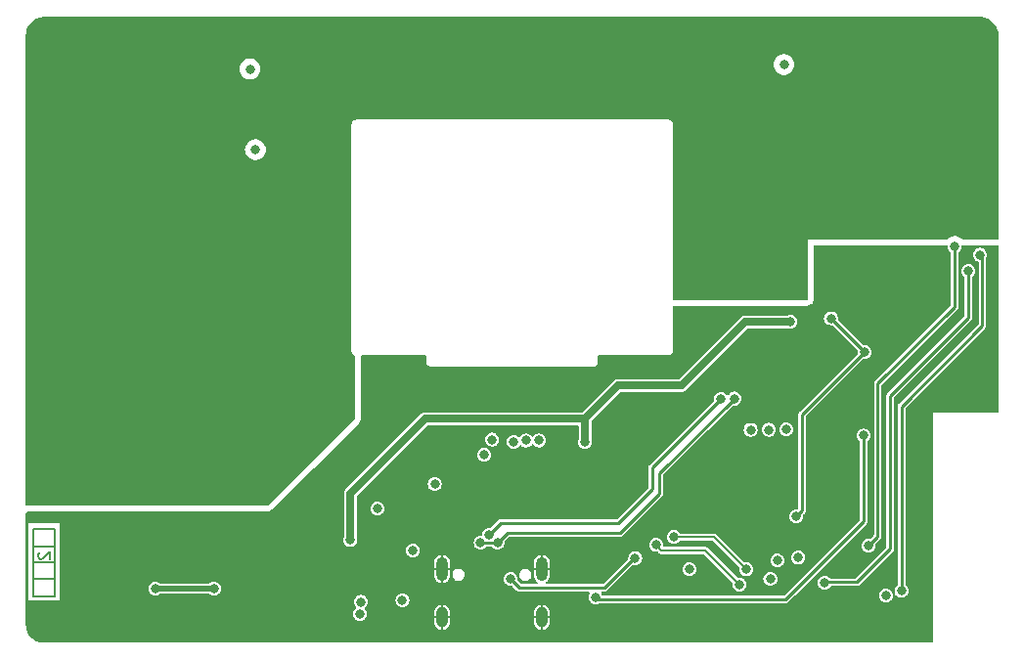
<source format=gbr>
%TF.GenerationSoftware,KiCad,Pcbnew,7.0.10*%
%TF.CreationDate,2024-02-06T19:30:05-08:00*%
%TF.ProjectId,main_board,6d61696e-5f62-46f6-9172-642e6b696361,rev?*%
%TF.SameCoordinates,Original*%
%TF.FileFunction,Copper,L3,Inr*%
%TF.FilePolarity,Positive*%
%FSLAX46Y46*%
G04 Gerber Fmt 4.6, Leading zero omitted, Abs format (unit mm)*
G04 Created by KiCad (PCBNEW 7.0.10) date 2024-02-06 19:30:05*
%MOMM*%
%LPD*%
G01*
G04 APERTURE LIST*
%TA.AperFunction,NonConductor*%
%ADD10C,0.200000*%
%TD*%
%ADD11C,0.200000*%
%TA.AperFunction,ComponentPad*%
%ADD12O,1.000000X2.100000*%
%TD*%
%TA.AperFunction,ComponentPad*%
%ADD13O,1.000000X1.800000*%
%TD*%
%TA.AperFunction,ViaPad*%
%ADD14C,0.800000*%
%TD*%
%TA.AperFunction,Conductor*%
%ADD15C,0.700000*%
%TD*%
%TA.AperFunction,Conductor*%
%ADD16C,0.250000*%
%TD*%
%TA.AperFunction,Conductor*%
%ADD17C,0.500000*%
%TD*%
%TA.AperFunction,Conductor*%
%ADD18C,0.200000*%
%TD*%
G04 APERTURE END LIST*
D10*
X2900000Y5900000D02*
X1050000Y5900000D01*
X2900000Y8750000D02*
X1050000Y8750000D01*
X1050000Y10300000D02*
X2900000Y10300000D01*
X2900000Y4450000D01*
X1050000Y4450000D01*
X1050000Y10300000D01*
X2900000Y7375000D02*
X1050000Y7375000D01*
D11*
D10*
X1562457Y8227946D02*
X1514838Y8180327D01*
X1514838Y8180327D02*
X1467219Y8085089D01*
X1467219Y8085089D02*
X1467219Y7846994D01*
X1467219Y7846994D02*
X1514838Y7751756D01*
X1514838Y7751756D02*
X1562457Y7704137D01*
X1562457Y7704137D02*
X1657695Y7656518D01*
X1657695Y7656518D02*
X1752933Y7656518D01*
X1752933Y7656518D02*
X1895790Y7704137D01*
X1895790Y7704137D02*
X2467219Y8275565D01*
X2467219Y8275565D02*
X2467219Y7656518D01*
D12*
%TO.N,GND*%
%TO.C,J1*%
X36430000Y6800000D03*
D13*
X36430000Y2620000D03*
D12*
X45070000Y6800000D03*
D13*
X45070000Y2620000D03*
%TD*%
D14*
%TO.N,Net-(M1-ECG_L)*%
X66025000Y50475000D03*
%TO.N,Net-(M1-ECG_R)*%
X19800000Y50087500D03*
%TO.N,+BATT*%
X66600000Y28200000D03*
X28500000Y9300000D03*
X48800000Y17775000D03*
%TO.N,+5V*%
X53150000Y7750000D03*
X42375000Y5925000D03*
%TO.N,/USB_D-*%
X61722000Y21550000D03*
X39775500Y9075000D03*
X41224500Y9050000D03*
%TO.N,/USB_D+*%
X40511876Y9774500D03*
X60579000Y21524500D03*
%TO.N,Net-(BT1--)*%
X16686875Y5100000D03*
X11600000Y5100000D03*
%TO.N,GND*%
X32137500Y10212500D03*
X54375000Y20075000D03*
X79375000Y34375000D03*
X69025000Y14700000D03*
X79900000Y23000000D03*
X44550498Y11649502D03*
X39000000Y17275000D03*
X41000000Y13200500D03*
X36150000Y12200000D03*
X66525000Y26675000D03*
X70425000Y14700000D03*
X26400000Y10300000D03*
X29400000Y7100000D03*
X77450000Y18100000D03*
X31700000Y15200000D03*
X38515052Y15149500D03*
X77400000Y28475000D03*
X69025000Y13300000D03*
X26400000Y11300000D03*
X53800000Y17400000D03*
X70425000Y13300000D03*
X51800000Y11950000D03*
X58550000Y20950000D03*
X71700000Y18699500D03*
X29200000Y5000000D03*
X68225000Y24625000D03*
X36100000Y15149500D03*
X51800000Y13900000D03*
X57425000Y5525000D03*
X77978000Y1143000D03*
X83450000Y21800000D03*
%TO.N,GNDA*%
X24175000Y17650000D03*
X25100000Y17300000D03*
X23150000Y17325000D03*
X63400000Y32900000D03*
X63350000Y31800000D03*
X63300000Y30700000D03*
X64900000Y34400000D03*
%TO.N,/~{TOUCH}*%
X76200000Y4900000D03*
X83000000Y34000000D03*
%TO.N,/~{DISPLAY_CS}*%
X63150000Y18850000D03*
X44833372Y17926531D03*
%TO.N,/DISPLAY_D{slash}~{C}*%
X66225000Y18875000D03*
X42625118Y17815552D03*
%TO.N,/DISPLAY_SCK*%
X40768245Y18000000D03*
X67275000Y7775000D03*
%TO.N,/ECG_EN*%
X80800000Y34725000D03*
X73350000Y8800000D03*
%TO.N,/CHG_STAT*%
X30825000Y12025000D03*
X64850000Y5925000D03*
%TO.N,/VBUS_DETECT*%
X57842775Y6773982D03*
X74850000Y4500000D03*
%TO.N,/BATT_SCL*%
X54950000Y8875500D03*
X29321224Y2913999D03*
X62195000Y5450000D03*
%TO.N,/DISPLAY_MOSI*%
X40075000Y16675000D03*
X65450000Y7525000D03*
%TO.N,/EN*%
X49700000Y4350000D03*
X72950000Y18350000D03*
%TO.N,/ECG_CLK_EN*%
X82000000Y32600000D03*
X69550000Y5600000D03*
%TO.N,Net-(M1-RLD_OUT)*%
X20275000Y43100000D03*
%TO.N,/BATT_SDA*%
X62782500Y6757500D03*
X56499000Y9575000D03*
X29400000Y3939500D03*
%TO.N,VDD*%
X33000000Y4100000D03*
X35800000Y14137000D03*
X33910500Y8400000D03*
%TO.N,/ECG_CS*%
X70100000Y28500000D03*
X73025000Y25575000D03*
X67100000Y11350000D03*
%TO.N,/DISPLAY_RESET*%
X64735000Y18850000D03*
X43700000Y17924500D03*
%TD*%
D15*
%TO.N,+BATT*%
X34956497Y19800000D02*
X48800000Y19800000D01*
X66600000Y28200000D02*
X62700000Y28200000D01*
X62700000Y28200000D02*
X57175000Y22675000D01*
X28500000Y9300000D02*
X28500000Y13343503D01*
X48800000Y19800000D02*
X48800000Y19100000D01*
X28500000Y13343503D02*
X34956497Y19800000D01*
X57175000Y22675000D02*
X51675000Y22675000D01*
X48800000Y19100000D02*
X48800000Y17775000D01*
X51675000Y22675000D02*
X48800000Y19800000D01*
D16*
%TO.N,+5V*%
X53150000Y7750000D02*
X53150000Y7825000D01*
X50475000Y5150000D02*
X43150000Y5150000D01*
X43150000Y5150000D02*
X42375000Y5925000D01*
X53150000Y7825000D02*
X50475000Y5150000D01*
%TO.N,/USB_D-*%
X51825000Y9900000D02*
X55245000Y13320000D01*
X55245000Y15073000D02*
X61722000Y21550000D01*
X55245000Y13320000D02*
X55245000Y15073000D01*
X42074500Y9900000D02*
X51825000Y9900000D01*
X41224500Y9050000D02*
X39800500Y9050000D01*
X41224500Y9050000D02*
X42074500Y9900000D01*
X39800500Y9050000D02*
X39775500Y9075000D01*
%TO.N,/USB_D+*%
X51665536Y10765536D02*
X54610000Y13710000D01*
X54610000Y15555500D02*
X60579000Y21524500D01*
X54610000Y13710000D02*
X54610000Y15555500D01*
X41502912Y10765536D02*
X51665536Y10765536D01*
X40511876Y9774500D02*
X41502912Y10765536D01*
D17*
%TO.N,Net-(BT1--)*%
X16686875Y5100000D02*
X11600000Y5100000D01*
D16*
%TO.N,/~{TOUCH}*%
X83200000Y33800000D02*
X83000000Y34000000D01*
X76200000Y4900000D02*
X76200000Y20875305D01*
X76200000Y20875305D02*
X83200000Y27875305D01*
X83200000Y27875305D02*
X83200000Y33800000D01*
%TO.N,/ECG_EN*%
X80800000Y29500000D02*
X80800000Y34725000D01*
X74150000Y9600000D02*
X74150000Y22850000D01*
X73350000Y8800000D02*
X74150000Y9600000D01*
X74150000Y22850000D02*
X80800000Y29500000D01*
D18*
%TO.N,/BATT_SCL*%
X54950000Y8875500D02*
X55425500Y8400000D01*
X55425500Y8400000D02*
X59245000Y8400000D01*
X59245000Y8400000D02*
X62195000Y5450000D01*
D16*
%TO.N,/EN*%
X72950000Y18350000D02*
X72950000Y10950000D01*
X66175000Y4175000D02*
X49875000Y4175000D01*
X49875000Y4175000D02*
X49700000Y4350000D01*
X72950000Y10950000D02*
X66175000Y4175000D01*
%TO.N,/ECG_CLK_EN*%
X75225000Y21800000D02*
X82000000Y28575000D01*
X75225000Y8525000D02*
X75225000Y21800000D01*
X82000000Y28575000D02*
X82000000Y32600000D01*
X69550000Y5600000D02*
X69600000Y5650000D01*
X72350000Y5650000D02*
X75225000Y8525000D01*
X69600000Y5650000D02*
X72350000Y5650000D01*
D18*
%TO.N,/BATT_SDA*%
X56499000Y9575000D02*
X59965000Y9575000D01*
X59965000Y9575000D02*
X62782500Y6757500D01*
D16*
%TO.N,/ECG_CS*%
X67600000Y11850000D02*
X67600000Y20150000D01*
X73025000Y25575000D02*
X70100000Y28500000D01*
X67100000Y11350000D02*
X67600000Y11850000D01*
X67600000Y20150000D02*
X73025000Y25575000D01*
%TD*%
%TA.AperFunction,Conductor*%
%TO.N,GND*%
G36*
X80155354Y34825593D02*
G01*
X80191318Y34776093D01*
X80195315Y34732579D01*
X80194318Y34725000D01*
X80194318Y34724998D01*
X80214955Y34568242D01*
X80214957Y34568234D01*
X80275462Y34422162D01*
X80275462Y34422161D01*
X80367020Y34302840D01*
X80371718Y34296718D01*
X80371722Y34296715D01*
X80435767Y34247572D01*
X80470423Y34197148D01*
X80474500Y34169030D01*
X80474500Y29675835D01*
X80455593Y29617644D01*
X80445504Y29605831D01*
X73932940Y23093268D01*
X73926574Y23087436D01*
X73896807Y23062458D01*
X73896805Y23062456D01*
X73877371Y23028795D01*
X73872740Y23021525D01*
X73850446Y22989684D01*
X73850446Y22989683D01*
X73850442Y22989676D01*
X73850051Y22988214D01*
X73840170Y22964360D01*
X73839414Y22963052D01*
X73839410Y22963040D01*
X73832662Y22924777D01*
X73830794Y22916351D01*
X73820736Y22878813D01*
X73820736Y22878806D01*
X73824123Y22840096D01*
X73824500Y22831467D01*
X73824500Y9775834D01*
X73805593Y9717643D01*
X73795503Y9705830D01*
X73512966Y9423294D01*
X73458450Y9395517D01*
X73430041Y9395145D01*
X73350001Y9405682D01*
X73349999Y9405682D01*
X73193241Y9385045D01*
X73193233Y9385043D01*
X73047161Y9324538D01*
X73047160Y9324538D01*
X72921723Y9228287D01*
X72921719Y9228284D01*
X72921718Y9228282D01*
X72921715Y9228278D01*
X72825462Y9102840D01*
X72825462Y9102839D01*
X72764957Y8956767D01*
X72764955Y8956759D01*
X72744318Y8800001D01*
X72744318Y8800000D01*
X72764955Y8643242D01*
X72764957Y8643234D01*
X72825462Y8497162D01*
X72825462Y8497161D01*
X72921713Y8371724D01*
X72921718Y8371718D01*
X72921722Y8371715D01*
X72921723Y8371714D01*
X72936932Y8360044D01*
X73047159Y8275464D01*
X73047160Y8275464D01*
X73047161Y8275463D01*
X73175812Y8222174D01*
X73193238Y8214956D01*
X73310809Y8199478D01*
X73349999Y8194318D01*
X73350000Y8194318D01*
X73350001Y8194318D01*
X73381352Y8198446D01*
X73506762Y8214956D01*
X73652841Y8275464D01*
X73778282Y8371718D01*
X73874536Y8497159D01*
X73935044Y8643238D01*
X73955682Y8800000D01*
X73945143Y8880044D01*
X73956292Y8940201D01*
X73973289Y8962965D01*
X74367066Y9356742D01*
X74373425Y9362567D01*
X74391626Y9377839D01*
X74403194Y9387545D01*
X74422635Y9421221D01*
X74427251Y9428467D01*
X74449554Y9460316D01*
X74449942Y9461764D01*
X74459838Y9485655D01*
X74460588Y9486955D01*
X74467334Y9525216D01*
X74469204Y9533652D01*
X74479264Y9571193D01*
X74475877Y9609909D01*
X74475500Y9618537D01*
X74475500Y22674166D01*
X74494407Y22732357D01*
X74504496Y22744170D01*
X77698668Y25938342D01*
X81017072Y29256747D01*
X81023431Y29262572D01*
X81053194Y29287545D01*
X81072624Y29321201D01*
X81077252Y29328468D01*
X81099554Y29360316D01*
X81099942Y29361764D01*
X81109838Y29385655D01*
X81110586Y29386952D01*
X81110585Y29386952D01*
X81110588Y29386955D01*
X81117341Y29425257D01*
X81119198Y29433634D01*
X81129263Y29471193D01*
X81125877Y29509898D01*
X81125500Y29518526D01*
X81125500Y34169030D01*
X81144407Y34227221D01*
X81164233Y34247572D01*
X81228282Y34296718D01*
X81324536Y34422159D01*
X81385044Y34568238D01*
X81405682Y34725000D01*
X81404684Y34732578D01*
X81415833Y34792736D01*
X81460214Y34834855D01*
X81502837Y34844500D01*
X84500500Y34844500D01*
X84558691Y34825593D01*
X84594655Y34776093D01*
X84599500Y34745500D01*
X84599500Y20399000D01*
X84580593Y20340809D01*
X84531093Y20304845D01*
X84500500Y20300000D01*
X78925000Y20300000D01*
X78925000Y20299999D01*
X78925000Y499500D01*
X78906093Y441309D01*
X78856593Y405345D01*
X78826000Y400500D01*
X2003540Y400500D01*
X1996477Y400752D01*
X1779430Y416276D01*
X1765449Y418286D01*
X1556284Y463787D01*
X1542731Y467767D01*
X1342174Y542571D01*
X1329334Y548435D01*
X1141458Y651023D01*
X1129582Y658655D01*
X958218Y786937D01*
X947543Y796186D01*
X796185Y947544D01*
X786936Y958219D01*
X658654Y1129583D01*
X651024Y1141455D01*
X548431Y1329341D01*
X542574Y1342167D01*
X467764Y1542739D01*
X463788Y1556279D01*
X418283Y1765460D01*
X416276Y1779423D01*
X400752Y1996478D01*
X400500Y2003540D01*
X400500Y2177649D01*
X35730000Y2177649D01*
X35745348Y2051252D01*
X35745351Y2051242D01*
X35805626Y1892310D01*
X35805628Y1892307D01*
X35902194Y1752406D01*
X35902199Y1752400D01*
X36029431Y1639682D01*
X36179952Y1560683D01*
X36179955Y1560682D01*
X36329999Y1523699D01*
X36330000Y1523699D01*
X36330000Y1936546D01*
X36401840Y1916105D01*
X36513521Y1926454D01*
X36530000Y1934660D01*
X36530000Y1523699D01*
X36680044Y1560682D01*
X36680047Y1560683D01*
X36830568Y1639682D01*
X36830569Y1639682D01*
X36957800Y1752400D01*
X36957805Y1752406D01*
X37054371Y1892307D01*
X37054373Y1892310D01*
X37114648Y2051242D01*
X37114651Y2051252D01*
X37129999Y2177649D01*
X44370000Y2177649D01*
X44385348Y2051252D01*
X44385351Y2051242D01*
X44445626Y1892310D01*
X44445628Y1892307D01*
X44542194Y1752406D01*
X44542199Y1752400D01*
X44669431Y1639682D01*
X44819952Y1560683D01*
X44819955Y1560682D01*
X44969999Y1523699D01*
X44970000Y1523699D01*
X44970000Y1936546D01*
X45041840Y1916105D01*
X45153521Y1926454D01*
X45170000Y1934660D01*
X45170000Y1523699D01*
X45320044Y1560682D01*
X45320047Y1560683D01*
X45470568Y1639682D01*
X45470569Y1639682D01*
X45597800Y1752400D01*
X45597805Y1752406D01*
X45694371Y1892307D01*
X45694373Y1892310D01*
X45754648Y2051242D01*
X45754651Y2051252D01*
X45769999Y2177649D01*
X45770000Y2177666D01*
X45770000Y2519999D01*
X45769999Y2520000D01*
X45370000Y2520000D01*
X45370000Y2720000D01*
X45769999Y2720000D01*
X45770000Y2720001D01*
X45770000Y3062335D01*
X45769999Y3062352D01*
X45754651Y3188749D01*
X45754648Y3188759D01*
X45694373Y3347691D01*
X45694371Y3347694D01*
X45597805Y3487595D01*
X45597800Y3487601D01*
X45470568Y3600319D01*
X45320046Y3679318D01*
X45170000Y3716302D01*
X45170000Y3303455D01*
X45098160Y3323895D01*
X44986479Y3313546D01*
X44970000Y3305341D01*
X44970000Y3716302D01*
X44819953Y3679318D01*
X44819952Y3679318D01*
X44669431Y3600319D01*
X44669430Y3600319D01*
X44542199Y3487601D01*
X44542194Y3487595D01*
X44445628Y3347694D01*
X44445626Y3347691D01*
X44385351Y3188759D01*
X44385348Y3188749D01*
X44370000Y3062352D01*
X44370000Y2720001D01*
X44370001Y2720000D01*
X44770000Y2720000D01*
X44770000Y2520000D01*
X44370001Y2520000D01*
X44370000Y2519999D01*
X44370000Y2177649D01*
X37129999Y2177649D01*
X37130000Y2177666D01*
X37130000Y2519999D01*
X37129999Y2520000D01*
X36730000Y2520000D01*
X36730000Y2720000D01*
X37129999Y2720000D01*
X37130000Y2720001D01*
X37130000Y3062335D01*
X37129999Y3062352D01*
X37114651Y3188749D01*
X37114648Y3188759D01*
X37054373Y3347691D01*
X37054371Y3347694D01*
X36957805Y3487595D01*
X36957800Y3487601D01*
X36830568Y3600319D01*
X36680046Y3679318D01*
X36530000Y3716302D01*
X36530000Y3303455D01*
X36458160Y3323895D01*
X36346479Y3313546D01*
X36330000Y3305341D01*
X36330000Y3716302D01*
X36179953Y3679318D01*
X36179952Y3679318D01*
X36029431Y3600319D01*
X36029430Y3600319D01*
X35902199Y3487601D01*
X35902194Y3487595D01*
X35805628Y3347694D01*
X35805626Y3347691D01*
X35745351Y3188759D01*
X35745348Y3188749D01*
X35730000Y3062352D01*
X35730000Y2720001D01*
X35730001Y2720000D01*
X36130000Y2720000D01*
X36130000Y2520000D01*
X35730001Y2520000D01*
X35730000Y2519999D01*
X35730000Y2177649D01*
X400500Y2177649D01*
X400500Y2913999D01*
X28715542Y2913999D01*
X28736179Y2757241D01*
X28736181Y2757233D01*
X28796686Y2611161D01*
X28796686Y2611160D01*
X28892937Y2485723D01*
X28892942Y2485717D01*
X29018383Y2389463D01*
X29164462Y2328955D01*
X29282033Y2313477D01*
X29321223Y2308317D01*
X29321224Y2308317D01*
X29321225Y2308317D01*
X29352576Y2312445D01*
X29477986Y2328955D01*
X29624065Y2389463D01*
X29749506Y2485717D01*
X29845760Y2611158D01*
X29906268Y2757237D01*
X29926906Y2913999D01*
X29906268Y3070761D01*
X29845761Y3216838D01*
X29845761Y3216839D01*
X29757376Y3332025D01*
X29736952Y3389701D01*
X29754330Y3448367D01*
X29775647Y3470831D01*
X29828282Y3511218D01*
X29924536Y3636659D01*
X29985044Y3782738D01*
X30005682Y3939500D01*
X30005190Y3943234D01*
X29991134Y4050001D01*
X29985044Y4096262D01*
X29983496Y4100000D01*
X32394318Y4100000D01*
X32414955Y3943242D01*
X32414957Y3943234D01*
X32475462Y3797162D01*
X32475462Y3797161D01*
X32565886Y3679318D01*
X32571718Y3671718D01*
X32697159Y3575464D01*
X32843238Y3514956D01*
X32960809Y3499478D01*
X32999999Y3494318D01*
X33000000Y3494318D01*
X33000001Y3494318D01*
X33031352Y3498446D01*
X33156762Y3514956D01*
X33302841Y3575464D01*
X33428282Y3671718D01*
X33524536Y3797159D01*
X33585044Y3943238D01*
X33605682Y4100000D01*
X33585044Y4256762D01*
X33549226Y4343234D01*
X33524537Y4402839D01*
X33524537Y4402840D01*
X33428286Y4528277D01*
X33428285Y4528278D01*
X33428282Y4528282D01*
X33428277Y4528286D01*
X33428276Y4528287D01*
X33338517Y4597161D01*
X33302841Y4624536D01*
X33302840Y4624537D01*
X33302838Y4624538D01*
X33156766Y4685043D01*
X33156758Y4685045D01*
X33000001Y4705682D01*
X32999999Y4705682D01*
X32843241Y4685045D01*
X32843233Y4685043D01*
X32697161Y4624538D01*
X32697160Y4624538D01*
X32571723Y4528287D01*
X32571713Y4528277D01*
X32475462Y4402840D01*
X32475462Y4402839D01*
X32414957Y4256767D01*
X32414955Y4256759D01*
X32394318Y4100001D01*
X32394318Y4100000D01*
X29983496Y4100000D01*
X29924537Y4242339D01*
X29924537Y4242340D01*
X29828286Y4367777D01*
X29828285Y4367778D01*
X29828282Y4367782D01*
X29828277Y4367786D01*
X29828276Y4367787D01*
X29702838Y4464038D01*
X29556766Y4524543D01*
X29556758Y4524545D01*
X29400001Y4545182D01*
X29399999Y4545182D01*
X29243241Y4524545D01*
X29243233Y4524543D01*
X29097161Y4464038D01*
X29097160Y4464038D01*
X28971723Y4367787D01*
X28971713Y4367777D01*
X28875462Y4242340D01*
X28875462Y4242339D01*
X28814957Y4096267D01*
X28814955Y4096259D01*
X28794318Y3939501D01*
X28794318Y3939500D01*
X28814955Y3782742D01*
X28814957Y3782734D01*
X28875462Y3636662D01*
X28875462Y3636661D01*
X28963847Y3521475D01*
X28984271Y3463799D01*
X28966893Y3405133D01*
X28945573Y3382666D01*
X28892944Y3342283D01*
X28892937Y3342276D01*
X28796686Y3216839D01*
X28796686Y3216838D01*
X28736181Y3070766D01*
X28736179Y3070758D01*
X28715542Y2914000D01*
X28715542Y2913999D01*
X400500Y2913999D01*
X400500Y10750000D01*
X650000Y10750000D01*
X650000Y4050000D01*
X650001Y4050000D01*
X3299999Y4050000D01*
X3300000Y4050000D01*
X3300000Y5100000D01*
X10994318Y5100000D01*
X11014955Y4943242D01*
X11014957Y4943234D01*
X11075462Y4797162D01*
X11075462Y4797161D01*
X11161493Y4685043D01*
X11171718Y4671718D01*
X11297159Y4575464D01*
X11297160Y4575464D01*
X11297161Y4575463D01*
X11420093Y4524543D01*
X11443238Y4514956D01*
X11543784Y4501719D01*
X11599999Y4494318D01*
X11600000Y4494318D01*
X11600001Y4494318D01*
X11656216Y4501719D01*
X11756762Y4514956D01*
X11902841Y4575464D01*
X11972665Y4629043D01*
X12030341Y4649466D01*
X12032932Y4649500D01*
X16253943Y4649500D01*
X16312134Y4630593D01*
X16314190Y4629057D01*
X16384034Y4575464D01*
X16384035Y4575464D01*
X16384036Y4575463D01*
X16506968Y4524543D01*
X16530113Y4514956D01*
X16630659Y4501719D01*
X16686874Y4494318D01*
X16686875Y4494318D01*
X16686876Y4494318D01*
X16743091Y4501719D01*
X16843637Y4514956D01*
X16989716Y4575464D01*
X17115157Y4671718D01*
X17211411Y4797159D01*
X17271919Y4943238D01*
X17292557Y5100000D01*
X17271919Y5256762D01*
X17256810Y5293238D01*
X17211412Y5402839D01*
X17211412Y5402840D01*
X17115161Y5528277D01*
X17115160Y5528278D01*
X17115157Y5528282D01*
X17115152Y5528286D01*
X17115151Y5528287D01*
X17035124Y5589693D01*
X16989716Y5624536D01*
X16989715Y5624537D01*
X16989713Y5624538D01*
X16843641Y5685043D01*
X16843633Y5685045D01*
X16686876Y5705682D01*
X16686874Y5705682D01*
X16530116Y5685045D01*
X16530108Y5685043D01*
X16384036Y5624538D01*
X16360877Y5606767D01*
X16314209Y5570958D01*
X16256534Y5550534D01*
X16253943Y5550500D01*
X12032932Y5550500D01*
X11974741Y5569407D01*
X11972684Y5570944D01*
X11902841Y5624536D01*
X11902840Y5624537D01*
X11902838Y5624538D01*
X11756766Y5685043D01*
X11756758Y5685045D01*
X11600001Y5705682D01*
X11599999Y5705682D01*
X11443241Y5685045D01*
X11443233Y5685043D01*
X11297161Y5624538D01*
X11297160Y5624538D01*
X11171723Y5528287D01*
X11171713Y5528277D01*
X11075462Y5402840D01*
X11075462Y5402839D01*
X11014957Y5256767D01*
X11014955Y5256759D01*
X10994318Y5100001D01*
X10994318Y5100000D01*
X3300000Y5100000D01*
X3300000Y6207649D01*
X35730000Y6207649D01*
X35745348Y6081252D01*
X35745351Y6081242D01*
X35805626Y5922310D01*
X35805628Y5922307D01*
X35902194Y5782406D01*
X35902199Y5782400D01*
X36029431Y5669682D01*
X36179952Y5590683D01*
X36179955Y5590682D01*
X36329999Y5553699D01*
X36330000Y5553699D01*
X36330000Y5966546D01*
X36401840Y5946105D01*
X36513521Y5956454D01*
X36530000Y5964660D01*
X36530000Y5553699D01*
X36680044Y5590682D01*
X36680047Y5590683D01*
X36830568Y5669682D01*
X36830569Y5669682D01*
X36957800Y5782400D01*
X36957805Y5782406D01*
X37054371Y5922307D01*
X37054373Y5922310D01*
X37114648Y6081242D01*
X37114651Y6081252D01*
X37129999Y6207649D01*
X37130000Y6207666D01*
X37130000Y6263801D01*
X37330796Y6263801D01*
X37360184Y6122372D01*
X37360186Y6122364D01*
X37426644Y5994108D01*
X37426646Y5994105D01*
X37525245Y5888531D01*
X37648672Y5813474D01*
X37787772Y5774500D01*
X37787773Y5774500D01*
X37895943Y5774500D01*
X37895949Y5774500D01*
X38003111Y5789229D01*
X38135609Y5846781D01*
X38231752Y5925000D01*
X41769318Y5925000D01*
X41789955Y5768242D01*
X41789957Y5768234D01*
X41850462Y5622162D01*
X41850462Y5622161D01*
X41941394Y5503656D01*
X41946718Y5496718D01*
X42072159Y5400464D01*
X42072160Y5400464D01*
X42072161Y5400463D01*
X42217741Y5340162D01*
X42218238Y5339956D01*
X42375000Y5319318D01*
X42455041Y5329857D01*
X42515199Y5318708D01*
X42537966Y5301708D01*
X42906730Y4932944D01*
X42912564Y4926577D01*
X42937545Y4896806D01*
X42971209Y4877370D01*
X42978482Y4872736D01*
X42999173Y4858248D01*
X43010316Y4850446D01*
X43010318Y4850446D01*
X43010319Y4850445D01*
X43011771Y4850056D01*
X43035651Y4840165D01*
X43036955Y4839412D01*
X43069501Y4833674D01*
X43075216Y4832666D01*
X43083651Y4830796D01*
X43096535Y4827344D01*
X43121194Y4820736D01*
X43159910Y4824123D01*
X43168538Y4824500D01*
X49106431Y4824500D01*
X49164622Y4805593D01*
X49200586Y4756093D01*
X49200586Y4694907D01*
X49184975Y4665237D01*
X49175464Y4652841D01*
X49175461Y4652837D01*
X49114957Y4506767D01*
X49114955Y4506759D01*
X49094318Y4350001D01*
X49094318Y4350000D01*
X49114955Y4193242D01*
X49114957Y4193234D01*
X49175462Y4047162D01*
X49175462Y4047161D01*
X49271650Y3921806D01*
X49271718Y3921718D01*
X49397159Y3825464D01*
X49397160Y3825464D01*
X49397161Y3825463D01*
X49500318Y3782734D01*
X49543238Y3764956D01*
X49660809Y3749478D01*
X49699999Y3744318D01*
X49700000Y3744318D01*
X49700001Y3744318D01*
X49731352Y3748446D01*
X49856762Y3764956D01*
X50002841Y3825464D01*
X50004118Y3826445D01*
X50007506Y3829043D01*
X50065182Y3849466D01*
X50067772Y3849500D01*
X66156466Y3849500D01*
X66165094Y3849124D01*
X66203807Y3845736D01*
X66241354Y3855798D01*
X66249784Y3857666D01*
X66288045Y3864412D01*
X66289345Y3865162D01*
X66313236Y3875058D01*
X66313464Y3875120D01*
X66314684Y3875446D01*
X66346533Y3897749D01*
X66353779Y3902365D01*
X66387455Y3921806D01*
X66412443Y3951587D01*
X66418254Y3957930D01*
X66960324Y4500000D01*
X74244318Y4500000D01*
X74264955Y4343242D01*
X74264957Y4343234D01*
X74325462Y4197162D01*
X74325462Y4197161D01*
X74402887Y4096259D01*
X74421718Y4071718D01*
X74547159Y3975464D01*
X74547160Y3975464D01*
X74547161Y3975463D01*
X74676913Y3921718D01*
X74693238Y3914956D01*
X74788801Y3902375D01*
X74849999Y3894318D01*
X74850000Y3894318D01*
X74850001Y3894318D01*
X74894777Y3900213D01*
X75006762Y3914956D01*
X75152841Y3975464D01*
X75278282Y4071718D01*
X75374536Y4197159D01*
X75435044Y4343238D01*
X75455682Y4500000D01*
X75435044Y4656762D01*
X75414781Y4705682D01*
X75374537Y4802839D01*
X75374537Y4802840D01*
X75299984Y4900000D01*
X75594318Y4900000D01*
X75614955Y4743242D01*
X75614957Y4743234D01*
X75675462Y4597162D01*
X75675462Y4597161D01*
X75754376Y4494318D01*
X75771718Y4471718D01*
X75897159Y4375464D01*
X75897160Y4375464D01*
X75897161Y4375463D01*
X75974959Y4343238D01*
X76043238Y4314956D01*
X76160809Y4299478D01*
X76199999Y4294318D01*
X76200000Y4294318D01*
X76200001Y4294318D01*
X76231352Y4298446D01*
X76356762Y4314956D01*
X76502841Y4375464D01*
X76628282Y4471718D01*
X76724536Y4597159D01*
X76785044Y4743238D01*
X76805682Y4900000D01*
X76785044Y5056762D01*
X76747600Y5147159D01*
X76724537Y5202839D01*
X76724537Y5202840D01*
X76635160Y5319318D01*
X76628282Y5328282D01*
X76628281Y5328283D01*
X76564232Y5377430D01*
X76529577Y5427855D01*
X76525500Y5455972D01*
X76525500Y20699472D01*
X76544407Y20757663D01*
X76554490Y20769470D01*
X83417066Y27632047D01*
X83423425Y27637872D01*
X83428302Y27641964D01*
X83453194Y27662850D01*
X83472635Y27696526D01*
X83477251Y27703772D01*
X83499554Y27735621D01*
X83499942Y27737069D01*
X83509838Y27760960D01*
X83510588Y27762260D01*
X83517334Y27800521D01*
X83519204Y27808957D01*
X83529264Y27846499D01*
X83525877Y27885211D01*
X83525500Y27893840D01*
X83525500Y33679795D01*
X83533036Y33717681D01*
X83585042Y33843234D01*
X83585044Y33843238D01*
X83605682Y34000000D01*
X83585044Y34156762D01*
X83547429Y34247572D01*
X83524537Y34302839D01*
X83524537Y34302840D01*
X83428286Y34428277D01*
X83428285Y34428278D01*
X83428282Y34428282D01*
X83428277Y34428286D01*
X83428276Y34428287D01*
X83302838Y34524538D01*
X83156766Y34585043D01*
X83156758Y34585045D01*
X83000001Y34605682D01*
X82999999Y34605682D01*
X82843241Y34585045D01*
X82843233Y34585043D01*
X82697161Y34524538D01*
X82697160Y34524538D01*
X82571723Y34428287D01*
X82571713Y34428277D01*
X82475462Y34302840D01*
X82475462Y34302839D01*
X82414957Y34156767D01*
X82414955Y34156759D01*
X82394318Y34000001D01*
X82394318Y34000000D01*
X82414955Y33843242D01*
X82414957Y33843234D01*
X82475462Y33697162D01*
X82475462Y33697161D01*
X82571713Y33571724D01*
X82571718Y33571718D01*
X82697159Y33475464D01*
X82813386Y33427322D01*
X82859911Y33387586D01*
X82874500Y33335858D01*
X82874500Y28051140D01*
X82855593Y27992949D01*
X82845504Y27981136D01*
X75982940Y21118573D01*
X75976574Y21112741D01*
X75946807Y21087763D01*
X75946805Y21087761D01*
X75927371Y21054100D01*
X75922740Y21046830D01*
X75900446Y21014989D01*
X75900446Y21014988D01*
X75900442Y21014981D01*
X75900051Y21013519D01*
X75890170Y20989665D01*
X75889414Y20988357D01*
X75889410Y20988345D01*
X75882662Y20950082D01*
X75880794Y20941656D01*
X75870736Y20904118D01*
X75870736Y20904111D01*
X75874123Y20865401D01*
X75874500Y20856772D01*
X75874500Y5455972D01*
X75855593Y5397781D01*
X75835768Y5377430D01*
X75771718Y5328283D01*
X75675462Y5202840D01*
X75675462Y5202839D01*
X75614957Y5056767D01*
X75614955Y5056759D01*
X75594318Y4900001D01*
X75594318Y4900000D01*
X75299984Y4900000D01*
X75278286Y4928277D01*
X75278285Y4928278D01*
X75278282Y4928282D01*
X75278277Y4928286D01*
X75278276Y4928287D01*
X75165323Y5014958D01*
X75152841Y5024536D01*
X75152840Y5024537D01*
X75152838Y5024538D01*
X75006766Y5085043D01*
X75006758Y5085045D01*
X74850001Y5105682D01*
X74849999Y5105682D01*
X74693241Y5085045D01*
X74693233Y5085043D01*
X74547161Y5024538D01*
X74547160Y5024538D01*
X74421723Y4928287D01*
X74421713Y4928277D01*
X74325462Y4802840D01*
X74325462Y4802839D01*
X74264957Y4656767D01*
X74264955Y4656759D01*
X74244318Y4500001D01*
X74244318Y4500000D01*
X66960324Y4500000D01*
X68060324Y5600000D01*
X68944318Y5600000D01*
X68964955Y5443242D01*
X68964957Y5443234D01*
X69025462Y5297162D01*
X69025462Y5297161D01*
X69097837Y5202840D01*
X69121718Y5171718D01*
X69247159Y5075464D01*
X69247160Y5075464D01*
X69247161Y5075463D01*
X69376913Y5021718D01*
X69393238Y5014956D01*
X69510809Y4999478D01*
X69549999Y4994318D01*
X69550000Y4994318D01*
X69550001Y4994318D01*
X69581352Y4998446D01*
X69706762Y5014956D01*
X69852841Y5075464D01*
X69978282Y5171718D01*
X70065795Y5285768D01*
X70116218Y5320423D01*
X70144336Y5324500D01*
X72331466Y5324500D01*
X72340094Y5324124D01*
X72378807Y5320736D01*
X72416354Y5330798D01*
X72424784Y5332666D01*
X72463045Y5339412D01*
X72464345Y5340162D01*
X72488236Y5350058D01*
X72488464Y5350120D01*
X72489684Y5350446D01*
X72521533Y5372749D01*
X72528779Y5377365D01*
X72562455Y5396806D01*
X72587443Y5426587D01*
X72593254Y5432930D01*
X75442066Y8281742D01*
X75448425Y8287567D01*
X75451868Y8290456D01*
X75478194Y8312545D01*
X75497635Y8346221D01*
X75502251Y8353467D01*
X75524554Y8385316D01*
X75524942Y8386764D01*
X75534838Y8410655D01*
X75535588Y8411955D01*
X75541805Y8447218D01*
X75542334Y8450218D01*
X75544204Y8458652D01*
X75545894Y8464956D01*
X75554264Y8496193D01*
X75554179Y8497159D01*
X75550877Y8534906D01*
X75550500Y8543535D01*
X75550500Y21624167D01*
X75569407Y21682358D01*
X75579490Y21694165D01*
X82217066Y28331742D01*
X82223425Y28337567D01*
X82230184Y28343238D01*
X82253194Y28362545D01*
X82272635Y28396221D01*
X82277251Y28403467D01*
X82299554Y28435316D01*
X82299942Y28436764D01*
X82309838Y28460655D01*
X82310588Y28461955D01*
X82317334Y28500216D01*
X82319204Y28508652D01*
X82329264Y28546193D01*
X82325877Y28584909D01*
X82325500Y28593537D01*
X82325500Y32044030D01*
X82344407Y32102221D01*
X82364233Y32122572D01*
X82428282Y32171718D01*
X82524536Y32297159D01*
X82585044Y32443238D01*
X82605682Y32600000D01*
X82585044Y32756762D01*
X82524537Y32902839D01*
X82524537Y32902840D01*
X82428286Y33028277D01*
X82428285Y33028278D01*
X82428282Y33028282D01*
X82428277Y33028286D01*
X82428276Y33028287D01*
X82302838Y33124538D01*
X82156766Y33185043D01*
X82156758Y33185045D01*
X82000001Y33205682D01*
X81999999Y33205682D01*
X81843241Y33185045D01*
X81843233Y33185043D01*
X81697161Y33124538D01*
X81697160Y33124538D01*
X81571723Y33028287D01*
X81571713Y33028277D01*
X81475462Y32902840D01*
X81475462Y32902839D01*
X81414957Y32756767D01*
X81414955Y32756759D01*
X81394318Y32600001D01*
X81394318Y32600000D01*
X81414955Y32443242D01*
X81414957Y32443234D01*
X81475462Y32297162D01*
X81475462Y32297161D01*
X81475464Y32297159D01*
X81571718Y32171718D01*
X81571722Y32171715D01*
X81635767Y32122572D01*
X81670423Y32072148D01*
X81674500Y32044030D01*
X81674500Y28750835D01*
X81655593Y28692644D01*
X81645504Y28680831D01*
X75007940Y22043268D01*
X75001574Y22037436D01*
X74971807Y22012458D01*
X74971805Y22012456D01*
X74952371Y21978795D01*
X74947740Y21971525D01*
X74925446Y21939684D01*
X74925446Y21939683D01*
X74925442Y21939676D01*
X74925051Y21938214D01*
X74915170Y21914360D01*
X74914414Y21913052D01*
X74914410Y21913040D01*
X74907662Y21874777D01*
X74905794Y21866351D01*
X74895736Y21828813D01*
X74895736Y21828806D01*
X74899123Y21790096D01*
X74899500Y21781467D01*
X74899500Y8700834D01*
X74880593Y8642643D01*
X74870504Y8630830D01*
X72244170Y6004496D01*
X72189653Y5976719D01*
X72174166Y5975500D01*
X70067604Y5975500D01*
X70009413Y5994407D01*
X69989061Y6014234D01*
X69978284Y6028279D01*
X69978282Y6028282D01*
X69978277Y6028286D01*
X69978276Y6028287D01*
X69883529Y6100988D01*
X69852841Y6124536D01*
X69852840Y6124537D01*
X69852838Y6124538D01*
X69706766Y6185043D01*
X69706758Y6185045D01*
X69550001Y6205682D01*
X69549999Y6205682D01*
X69393241Y6185045D01*
X69393233Y6185043D01*
X69247161Y6124538D01*
X69247160Y6124538D01*
X69121723Y6028287D01*
X69121713Y6028277D01*
X69025462Y5902840D01*
X69025462Y5902839D01*
X68964957Y5756767D01*
X68964955Y5756759D01*
X68944318Y5600001D01*
X68944318Y5600000D01*
X68060324Y5600000D01*
X73167066Y10706742D01*
X73173425Y10712567D01*
X73203194Y10737545D01*
X73222635Y10771221D01*
X73227251Y10778467D01*
X73249554Y10810316D01*
X73249942Y10811764D01*
X73259838Y10835655D01*
X73260588Y10836955D01*
X73267334Y10875216D01*
X73269204Y10883652D01*
X73279264Y10921193D01*
X73279218Y10921714D01*
X73275877Y10959909D01*
X73275500Y10968537D01*
X73275500Y17794030D01*
X73294407Y17852221D01*
X73314233Y17872572D01*
X73378282Y17921718D01*
X73474536Y18047159D01*
X73535044Y18193238D01*
X73555682Y18350000D01*
X73535044Y18506762D01*
X73507955Y18572161D01*
X73474537Y18652839D01*
X73474537Y18652840D01*
X73378286Y18778277D01*
X73378285Y18778278D01*
X73378282Y18778282D01*
X73378277Y18778286D01*
X73378276Y18778287D01*
X73252838Y18874538D01*
X73106766Y18935043D01*
X73106758Y18935045D01*
X72950001Y18955682D01*
X72949999Y18955682D01*
X72793241Y18935045D01*
X72793233Y18935043D01*
X72647161Y18874538D01*
X72647160Y18874538D01*
X72521723Y18778287D01*
X72521713Y18778277D01*
X72425462Y18652840D01*
X72425462Y18652839D01*
X72364957Y18506767D01*
X72364955Y18506759D01*
X72344318Y18350001D01*
X72344318Y18350000D01*
X72364955Y18193242D01*
X72364957Y18193234D01*
X72425462Y18047162D01*
X72425462Y18047161D01*
X72521713Y17921724D01*
X72521718Y17921718D01*
X72521722Y17921715D01*
X72585767Y17872572D01*
X72620423Y17822148D01*
X72624500Y17794030D01*
X72624500Y11125834D01*
X72605593Y11067643D01*
X72595504Y11055830D01*
X66069170Y4529496D01*
X66014653Y4501719D01*
X65999166Y4500500D01*
X50353788Y4500500D01*
X50295597Y4519407D01*
X50262324Y4561614D01*
X50236260Y4624536D01*
X50224536Y4652841D01*
X50215026Y4665235D01*
X50194603Y4722908D01*
X50211980Y4781574D01*
X50260522Y4818821D01*
X50293569Y4824500D01*
X50456466Y4824500D01*
X50465094Y4824124D01*
X50503807Y4820736D01*
X50541354Y4830798D01*
X50549784Y4832666D01*
X50588045Y4839412D01*
X50589345Y4840162D01*
X50613236Y4850058D01*
X50613464Y4850120D01*
X50614684Y4850446D01*
X50646533Y4872749D01*
X50653779Y4877365D01*
X50687455Y4896806D01*
X50712443Y4926587D01*
X50718254Y4932930D01*
X52559307Y6773982D01*
X57237093Y6773982D01*
X57257730Y6617224D01*
X57257732Y6617216D01*
X57318237Y6471144D01*
X57318237Y6471143D01*
X57366749Y6407921D01*
X57414493Y6345700D01*
X57539934Y6249446D01*
X57539935Y6249446D01*
X57539936Y6249445D01*
X57645589Y6205682D01*
X57686013Y6188938D01*
X57803584Y6173460D01*
X57842774Y6168300D01*
X57842775Y6168300D01*
X57842776Y6168300D01*
X57874358Y6172458D01*
X57999537Y6188938D01*
X58145616Y6249446D01*
X58271057Y6345700D01*
X58367311Y6471141D01*
X58427819Y6617220D01*
X58448457Y6773982D01*
X58427819Y6930744D01*
X58424003Y6939956D01*
X58367312Y7076821D01*
X58367312Y7076822D01*
X58271061Y7202259D01*
X58271060Y7202260D01*
X58271057Y7202264D01*
X58271052Y7202268D01*
X58271051Y7202269D01*
X58145613Y7298520D01*
X57999541Y7359025D01*
X57999533Y7359027D01*
X57842776Y7379664D01*
X57842774Y7379664D01*
X57686016Y7359027D01*
X57686008Y7359025D01*
X57539936Y7298520D01*
X57539935Y7298520D01*
X57414498Y7202269D01*
X57414488Y7202259D01*
X57318237Y7076822D01*
X57318237Y7076821D01*
X57257732Y6930749D01*
X57257730Y6930741D01*
X57237093Y6773983D01*
X57237093Y6773982D01*
X52559307Y6773982D01*
X52920759Y7135434D01*
X52975274Y7163209D01*
X53003682Y7163581D01*
X53067938Y7155122D01*
X53149999Y7144318D01*
X53150000Y7144318D01*
X53150001Y7144318D01*
X53181352Y7148446D01*
X53306762Y7164956D01*
X53452841Y7225464D01*
X53578282Y7321718D01*
X53674536Y7447159D01*
X53735044Y7593238D01*
X53755682Y7750000D01*
X53735044Y7906762D01*
X53674537Y8052839D01*
X53674537Y8052840D01*
X53578286Y8178277D01*
X53578285Y8178278D01*
X53578282Y8178282D01*
X53578277Y8178286D01*
X53578276Y8178287D01*
X53493624Y8243242D01*
X53452841Y8274536D01*
X53452840Y8274537D01*
X53452838Y8274538D01*
X53306766Y8335043D01*
X53306758Y8335045D01*
X53150001Y8355682D01*
X53149999Y8355682D01*
X52993241Y8335045D01*
X52993233Y8335043D01*
X52847161Y8274538D01*
X52847160Y8274538D01*
X52721723Y8178287D01*
X52721713Y8178277D01*
X52625462Y8052840D01*
X52625462Y8052839D01*
X52564957Y7906767D01*
X52564955Y7906759D01*
X52544318Y7750001D01*
X52544318Y7749999D01*
X52546130Y7736234D01*
X52534979Y7676073D01*
X52517980Y7653309D01*
X50898749Y6034075D01*
X50369170Y5504496D01*
X50314653Y5476719D01*
X50299166Y5475500D01*
X45502245Y5475500D01*
X45444054Y5494407D01*
X45408090Y5543907D01*
X45408090Y5605093D01*
X45444054Y5654593D01*
X45456238Y5662160D01*
X45470568Y5669682D01*
X45470569Y5669682D01*
X45597800Y5782400D01*
X45597805Y5782406D01*
X45694371Y5922307D01*
X45694373Y5922310D01*
X45754648Y6081242D01*
X45754651Y6081252D01*
X45769999Y6207649D01*
X45770000Y6207666D01*
X45770000Y6699999D01*
X45769999Y6700000D01*
X45370000Y6700000D01*
X45370000Y6900000D01*
X45769999Y6900000D01*
X45770000Y6900001D01*
X45770000Y7392335D01*
X45769999Y7392352D01*
X45754651Y7518749D01*
X45754648Y7518759D01*
X45694373Y7677691D01*
X45694371Y7677694D01*
X45597805Y7817595D01*
X45597800Y7817601D01*
X45470568Y7930319D01*
X45320046Y8009318D01*
X45170000Y8046302D01*
X45170000Y7633455D01*
X45098160Y7653895D01*
X44986479Y7643546D01*
X44970000Y7635341D01*
X44970000Y8046302D01*
X44819953Y8009318D01*
X44819952Y8009318D01*
X44669431Y7930319D01*
X44669430Y7930319D01*
X44542199Y7817601D01*
X44542194Y7817595D01*
X44445628Y7677694D01*
X44445626Y7677691D01*
X44385351Y7518759D01*
X44385348Y7518749D01*
X44370000Y7392352D01*
X44370000Y6900001D01*
X44370001Y6900000D01*
X44770000Y6900000D01*
X44770000Y6700000D01*
X44370001Y6700000D01*
X44370000Y6699999D01*
X44370000Y6207649D01*
X44385348Y6081252D01*
X44385351Y6081242D01*
X44445626Y5922310D01*
X44445628Y5922307D01*
X44542194Y5782406D01*
X44542199Y5782400D01*
X44669431Y5669682D01*
X44683762Y5662160D01*
X44726501Y5618376D01*
X44735342Y5557833D01*
X44706908Y5503656D01*
X44652060Y5476539D01*
X44637755Y5475500D01*
X43325834Y5475500D01*
X43267643Y5494407D01*
X43255830Y5504496D01*
X42998292Y5762034D01*
X42970515Y5816551D01*
X42970143Y5844954D01*
X42980682Y5925000D01*
X42965210Y6042521D01*
X42975392Y6097457D01*
X42961105Y6103896D01*
X42936220Y6139279D01*
X42899537Y6227839D01*
X42899537Y6227840D01*
X42871945Y6263799D01*
X43110796Y6263799D01*
X43124613Y6197305D01*
X43117940Y6136485D01*
X43115786Y6134116D01*
X43135175Y6123588D01*
X43151263Y6100988D01*
X43206489Y5994407D01*
X43206646Y5994105D01*
X43305245Y5888531D01*
X43428672Y5813474D01*
X43567772Y5774500D01*
X43567773Y5774500D01*
X43675943Y5774500D01*
X43675949Y5774500D01*
X43783111Y5789229D01*
X43915609Y5846781D01*
X44027665Y5937946D01*
X44110971Y6055963D01*
X44159346Y6192079D01*
X44169204Y6336199D01*
X44167228Y6345706D01*
X44139815Y6477629D01*
X44139813Y6477637D01*
X44073355Y6605893D01*
X44073353Y6605896D01*
X43974754Y6711470D01*
X43851328Y6786526D01*
X43712228Y6825500D01*
X43604051Y6825500D01*
X43496888Y6810772D01*
X43364389Y6753219D01*
X43252334Y6662055D01*
X43169029Y6544038D01*
X43120653Y6407922D01*
X43110796Y6263803D01*
X43110796Y6263799D01*
X42871945Y6263799D01*
X42803286Y6353277D01*
X42803285Y6353278D01*
X42803282Y6353282D01*
X42803277Y6353286D01*
X42803276Y6353287D01*
X42677838Y6449538D01*
X42531766Y6510043D01*
X42531758Y6510045D01*
X42375001Y6530682D01*
X42374999Y6530682D01*
X42218241Y6510045D01*
X42218233Y6510043D01*
X42072161Y6449538D01*
X42072160Y6449538D01*
X41946723Y6353287D01*
X41946713Y6353277D01*
X41850462Y6227840D01*
X41850462Y6227839D01*
X41789957Y6081767D01*
X41789955Y6081759D01*
X41769318Y5925001D01*
X41769318Y5925000D01*
X38231752Y5925000D01*
X38247665Y5937946D01*
X38330971Y6055963D01*
X38379346Y6192079D01*
X38389204Y6336199D01*
X38387228Y6345706D01*
X38359815Y6477629D01*
X38359813Y6477637D01*
X38293355Y6605893D01*
X38293353Y6605896D01*
X38194754Y6711470D01*
X38071328Y6786526D01*
X37932228Y6825500D01*
X37824051Y6825500D01*
X37716888Y6810772D01*
X37584389Y6753219D01*
X37472334Y6662055D01*
X37389029Y6544038D01*
X37340653Y6407922D01*
X37330796Y6263803D01*
X37330796Y6263801D01*
X37130000Y6263801D01*
X37130000Y6699999D01*
X37129999Y6700000D01*
X36730000Y6700000D01*
X36730000Y6900000D01*
X37129999Y6900000D01*
X37130000Y6900001D01*
X37130000Y7392335D01*
X37129999Y7392352D01*
X37114651Y7518749D01*
X37114648Y7518759D01*
X37054373Y7677691D01*
X37054371Y7677694D01*
X36957805Y7817595D01*
X36957800Y7817601D01*
X36830568Y7930319D01*
X36680046Y8009318D01*
X36530000Y8046302D01*
X36530000Y7633455D01*
X36458160Y7653895D01*
X36346479Y7643546D01*
X36330000Y7635341D01*
X36330000Y8046302D01*
X36179953Y8009318D01*
X36179952Y8009318D01*
X36029431Y7930319D01*
X36029430Y7930319D01*
X35902199Y7817601D01*
X35902194Y7817595D01*
X35805628Y7677694D01*
X35805626Y7677691D01*
X35745351Y7518759D01*
X35745348Y7518749D01*
X35730000Y7392352D01*
X35730000Y6900001D01*
X35730001Y6900000D01*
X36130000Y6900000D01*
X36130000Y6700000D01*
X35730001Y6700000D01*
X35730000Y6699999D01*
X35730000Y6207649D01*
X3300000Y6207649D01*
X3300000Y8400000D01*
X33304818Y8400000D01*
X33325455Y8243242D01*
X33325457Y8243234D01*
X33385962Y8097162D01*
X33385962Y8097161D01*
X33482213Y7971724D01*
X33482218Y7971718D01*
X33607659Y7875464D01*
X33753738Y7814956D01*
X33871309Y7799478D01*
X33910499Y7794318D01*
X33910500Y7794318D01*
X33910501Y7794318D01*
X33941852Y7798446D01*
X34067262Y7814956D01*
X34213341Y7875464D01*
X34338782Y7971718D01*
X34435036Y8097159D01*
X34495544Y8243238D01*
X34516182Y8400000D01*
X34495544Y8556762D01*
X34470429Y8617394D01*
X34435037Y8702839D01*
X34435037Y8702840D01*
X34338786Y8828277D01*
X34338785Y8828278D01*
X34338782Y8828282D01*
X34338777Y8828286D01*
X34338776Y8828287D01*
X34221554Y8918234D01*
X34213341Y8924536D01*
X34213340Y8924537D01*
X34213338Y8924538D01*
X34067266Y8985043D01*
X34067258Y8985045D01*
X33910501Y9005682D01*
X33910499Y9005682D01*
X33753741Y8985045D01*
X33753733Y8985043D01*
X33607661Y8924538D01*
X33607660Y8924538D01*
X33482223Y8828287D01*
X33482213Y8828277D01*
X33385962Y8702840D01*
X33385962Y8702839D01*
X33325457Y8556767D01*
X33325455Y8556759D01*
X33304818Y8400001D01*
X33304818Y8400000D01*
X3300000Y8400000D01*
X3300000Y9300000D01*
X27894318Y9300000D01*
X27914955Y9143242D01*
X27914957Y9143234D01*
X27975462Y8997162D01*
X27975462Y8997161D01*
X28031189Y8924536D01*
X28071718Y8871718D01*
X28197159Y8775464D01*
X28197160Y8775464D01*
X28197161Y8775463D01*
X28332492Y8719407D01*
X28343238Y8714956D01*
X28450506Y8700834D01*
X28499999Y8694318D01*
X28500000Y8694318D01*
X28500001Y8694318D01*
X28549494Y8700834D01*
X28656762Y8714956D01*
X28802841Y8775464D01*
X28928282Y8871718D01*
X29024536Y8997159D01*
X29056779Y9075000D01*
X39169818Y9075000D01*
X39190455Y8918242D01*
X39190457Y8918234D01*
X39250962Y8772162D01*
X39250962Y8772161D01*
X39337160Y8659826D01*
X39347218Y8646718D01*
X39347222Y8646715D01*
X39347223Y8646714D01*
X39354993Y8640752D01*
X39472659Y8550464D01*
X39472660Y8550464D01*
X39472661Y8550463D01*
X39618733Y8489958D01*
X39618738Y8489956D01*
X39736309Y8474478D01*
X39775499Y8469318D01*
X39775500Y8469318D01*
X39775501Y8469318D01*
X39806852Y8473446D01*
X39932262Y8489956D01*
X40078341Y8550464D01*
X40203782Y8646718D01*
X40233745Y8685768D01*
X40284169Y8720423D01*
X40312287Y8724500D01*
X40668530Y8724500D01*
X40726721Y8705593D01*
X40747070Y8685769D01*
X40796218Y8621718D01*
X40796222Y8621715D01*
X40796223Y8621714D01*
X40825582Y8599187D01*
X40921659Y8525464D01*
X40921660Y8525464D01*
X40921661Y8525463D01*
X41057207Y8469318D01*
X41067738Y8464956D01*
X41147350Y8454475D01*
X41224499Y8444318D01*
X41224500Y8444318D01*
X41224501Y8444318D01*
X41269300Y8450216D01*
X41381262Y8464956D01*
X41527341Y8525464D01*
X41652782Y8621718D01*
X41749036Y8747159D01*
X41802197Y8875500D01*
X54344318Y8875500D01*
X54364955Y8718742D01*
X54364957Y8718734D01*
X54425462Y8572662D01*
X54425462Y8572661D01*
X54521713Y8447224D01*
X54521718Y8447218D01*
X54647159Y8350964D01*
X54647160Y8350964D01*
X54647161Y8350963D01*
X54739913Y8312544D01*
X54793238Y8290456D01*
X54950000Y8269818D01*
X55061283Y8284469D01*
X55121442Y8273319D01*
X55144208Y8256320D01*
X55166937Y8233591D01*
X55175037Y8222352D01*
X55176016Y8223091D01*
X55181544Y8215770D01*
X55216214Y8184164D01*
X55219519Y8181008D01*
X55232700Y8167828D01*
X55232703Y8167825D01*
X55232800Y8167759D01*
X55243549Y8159244D01*
X55259303Y8144883D01*
X55264567Y8140084D01*
X55264570Y8140083D01*
X55273726Y8136536D01*
X55293916Y8125895D01*
X55302020Y8120343D01*
X55329712Y8113831D01*
X55342799Y8109778D01*
X55369327Y8099500D01*
X55379153Y8099500D01*
X55401817Y8096871D01*
X55411382Y8094621D01*
X55439556Y8098552D01*
X55453232Y8099500D01*
X59079521Y8099500D01*
X59137712Y8080593D01*
X59149525Y8070504D01*
X61575819Y5644210D01*
X61603596Y5589693D01*
X61603968Y5561285D01*
X61589318Y5450002D01*
X61589318Y5450000D01*
X61609955Y5293242D01*
X61609957Y5293234D01*
X61670462Y5147162D01*
X61670462Y5147161D01*
X61766713Y5021724D01*
X61766718Y5021718D01*
X61892159Y4925464D01*
X61892160Y4925464D01*
X61892161Y4925463D01*
X62038233Y4864958D01*
X62038238Y4864956D01*
X62148430Y4850449D01*
X62194999Y4844318D01*
X62195000Y4844318D01*
X62195001Y4844318D01*
X62226352Y4848446D01*
X62351762Y4864956D01*
X62497841Y4925464D01*
X62623282Y5021718D01*
X62719536Y5147159D01*
X62780044Y5293238D01*
X62800682Y5450000D01*
X62780044Y5606762D01*
X62747619Y5685043D01*
X62719537Y5752839D01*
X62719537Y5752840D01*
X62623286Y5878277D01*
X62623285Y5878278D01*
X62623282Y5878282D01*
X62623277Y5878286D01*
X62623276Y5878287D01*
X62562398Y5925000D01*
X64244318Y5925000D01*
X64264955Y5768242D01*
X64264957Y5768234D01*
X64325462Y5622162D01*
X64325462Y5622161D01*
X64416394Y5503656D01*
X64421718Y5496718D01*
X64547159Y5400464D01*
X64547160Y5400464D01*
X64547161Y5400463D01*
X64692741Y5340162D01*
X64693238Y5339956D01*
X64810639Y5324500D01*
X64849999Y5319318D01*
X64850000Y5319318D01*
X64850001Y5319318D01*
X64889361Y5324500D01*
X65006762Y5339956D01*
X65152841Y5400464D01*
X65278282Y5496718D01*
X65374536Y5622159D01*
X65435044Y5768238D01*
X65455682Y5925000D01*
X65452903Y5946105D01*
X65441322Y6034075D01*
X65435044Y6081762D01*
X65417719Y6123588D01*
X65374537Y6227839D01*
X65374537Y6227840D01*
X65278286Y6353277D01*
X65278285Y6353278D01*
X65278282Y6353282D01*
X65278277Y6353286D01*
X65278276Y6353287D01*
X65152838Y6449538D01*
X65006766Y6510043D01*
X65006758Y6510045D01*
X64850001Y6530682D01*
X64849999Y6530682D01*
X64693241Y6510045D01*
X64693233Y6510043D01*
X64547161Y6449538D01*
X64547160Y6449538D01*
X64421723Y6353287D01*
X64421713Y6353277D01*
X64325462Y6227840D01*
X64325462Y6227839D01*
X64264957Y6081767D01*
X64264955Y6081759D01*
X64244318Y5925001D01*
X64244318Y5925000D01*
X62562398Y5925000D01*
X62497838Y5974538D01*
X62351766Y6035043D01*
X62351758Y6035045D01*
X62195001Y6055682D01*
X62194998Y6055682D01*
X62083715Y6041032D01*
X62023555Y6052182D01*
X62000790Y6069181D01*
X59503565Y8566406D01*
X59495479Y8577656D01*
X59494487Y8576906D01*
X59488958Y8584228D01*
X59454272Y8615849D01*
X59450968Y8619004D01*
X59437800Y8632172D01*
X59437796Y8632175D01*
X59437693Y8632245D01*
X59426962Y8640745D01*
X59405933Y8659916D01*
X59396762Y8663469D01*
X59376586Y8674105D01*
X59368484Y8679655D01*
X59368479Y8679657D01*
X59340797Y8686168D01*
X59327703Y8690223D01*
X59301177Y8700500D01*
X59301173Y8700500D01*
X59291348Y8700500D01*
X59268683Y8703130D01*
X59259119Y8705379D01*
X59259118Y8705379D01*
X59230946Y8701449D01*
X59217269Y8700500D01*
X55645531Y8700500D01*
X55587340Y8719407D01*
X55551376Y8768907D01*
X55547378Y8812422D01*
X55555682Y8875500D01*
X55555682Y8875501D01*
X55541260Y8985045D01*
X55535044Y9032262D01*
X55527505Y9050463D01*
X55474537Y9178339D01*
X55474537Y9178340D01*
X55378286Y9303777D01*
X55378285Y9303778D01*
X55378282Y9303782D01*
X55378277Y9303786D01*
X55378276Y9303787D01*
X55272379Y9385044D01*
X55252841Y9400036D01*
X55252840Y9400037D01*
X55252838Y9400038D01*
X55106766Y9460543D01*
X55106758Y9460545D01*
X54950001Y9481182D01*
X54949999Y9481182D01*
X54793241Y9460545D01*
X54793233Y9460543D01*
X54647161Y9400038D01*
X54647160Y9400038D01*
X54521723Y9303787D01*
X54521713Y9303777D01*
X54425462Y9178340D01*
X54425462Y9178339D01*
X54364957Y9032267D01*
X54364955Y9032259D01*
X54344318Y8875501D01*
X54344318Y8875500D01*
X41802197Y8875500D01*
X41809544Y8893238D01*
X41830182Y9050000D01*
X41819643Y9130045D01*
X41830792Y9190203D01*
X41847789Y9212965D01*
X42180330Y9545504D01*
X42234846Y9573281D01*
X42250333Y9574500D01*
X51806466Y9574500D01*
X51815094Y9574124D01*
X51853807Y9570736D01*
X51869718Y9575000D01*
X55893318Y9575000D01*
X55913955Y9418242D01*
X55913957Y9418234D01*
X55974462Y9272162D01*
X55974462Y9272161D01*
X56046454Y9178339D01*
X56070718Y9146718D01*
X56196159Y9050464D01*
X56196160Y9050464D01*
X56196161Y9050463D01*
X56324848Y8997159D01*
X56342238Y8989956D01*
X56459809Y8974478D01*
X56498999Y8969318D01*
X56499000Y8969318D01*
X56499001Y8969318D01*
X56530352Y8973446D01*
X56655762Y8989956D01*
X56801841Y9050464D01*
X56927282Y9146718D01*
X56989872Y9228287D01*
X56995612Y9235767D01*
X57046037Y9270423D01*
X57074154Y9274500D01*
X59799521Y9274500D01*
X59857712Y9255593D01*
X59869525Y9245504D01*
X62163319Y6951710D01*
X62191096Y6897193D01*
X62191468Y6868785D01*
X62176818Y6757502D01*
X62176818Y6757500D01*
X62197455Y6600742D01*
X62197457Y6600734D01*
X62257962Y6454662D01*
X62257962Y6454661D01*
X62348861Y6336199D01*
X62354218Y6329218D01*
X62479659Y6232964D01*
X62479660Y6232964D01*
X62479661Y6232963D01*
X62595348Y6185044D01*
X62625738Y6172456D01*
X62743309Y6156978D01*
X62782499Y6151818D01*
X62782500Y6151818D01*
X62782501Y6151818D01*
X62813852Y6155946D01*
X62939262Y6172456D01*
X63085341Y6232964D01*
X63210782Y6329218D01*
X63307036Y6454659D01*
X63367544Y6600738D01*
X63388182Y6757500D01*
X63367544Y6914262D01*
X63307037Y7060339D01*
X63307037Y7060340D01*
X63210786Y7185777D01*
X63210785Y7185778D01*
X63210782Y7185782D01*
X63210777Y7185786D01*
X63210776Y7185787D01*
X63126488Y7250463D01*
X63085341Y7282036D01*
X63085340Y7282037D01*
X63085338Y7282038D01*
X62939266Y7342543D01*
X62939258Y7342545D01*
X62782501Y7363182D01*
X62782498Y7363182D01*
X62671215Y7348532D01*
X62611055Y7359682D01*
X62588290Y7376681D01*
X62439971Y7525000D01*
X64844318Y7525000D01*
X64864955Y7368242D01*
X64864957Y7368234D01*
X64925462Y7222162D01*
X64925462Y7222161D01*
X65021713Y7096724D01*
X65021718Y7096718D01*
X65147159Y7000464D01*
X65293238Y6939956D01*
X65410809Y6924478D01*
X65449999Y6919318D01*
X65450000Y6919318D01*
X65450001Y6919318D01*
X65481352Y6923446D01*
X65606762Y6939956D01*
X65752841Y7000464D01*
X65878282Y7096718D01*
X65974536Y7222159D01*
X66035044Y7368238D01*
X66055682Y7525000D01*
X66035044Y7681762D01*
X66006779Y7750000D01*
X65996424Y7775000D01*
X66669318Y7775000D01*
X66689955Y7618242D01*
X66689957Y7618234D01*
X66750462Y7472162D01*
X66750462Y7472161D01*
X66845326Y7348532D01*
X66846718Y7346718D01*
X66846722Y7346715D01*
X66846723Y7346714D01*
X66876082Y7324187D01*
X66972159Y7250464D01*
X66972160Y7250464D01*
X66972161Y7250463D01*
X67040486Y7222162D01*
X67118238Y7189956D01*
X67212563Y7177538D01*
X67274999Y7169318D01*
X67275000Y7169318D01*
X67275001Y7169318D01*
X67306352Y7173446D01*
X67431762Y7189956D01*
X67577841Y7250464D01*
X67703282Y7346718D01*
X67799536Y7472159D01*
X67860044Y7618238D01*
X67880682Y7775000D01*
X67860044Y7931762D01*
X67809892Y8052840D01*
X67799537Y8077839D01*
X67799537Y8077840D01*
X67703286Y8203277D01*
X67703285Y8203278D01*
X67703282Y8203282D01*
X67703277Y8203286D01*
X67703276Y8203287D01*
X67610419Y8274538D01*
X67577841Y8299536D01*
X67577840Y8299537D01*
X67577838Y8299538D01*
X67431766Y8360043D01*
X67431758Y8360045D01*
X67275001Y8380682D01*
X67274999Y8380682D01*
X67118241Y8360045D01*
X67118233Y8360043D01*
X66972161Y8299538D01*
X66972160Y8299538D01*
X66846723Y8203287D01*
X66846713Y8203277D01*
X66750462Y8077840D01*
X66750462Y8077839D01*
X66689957Y7931767D01*
X66689955Y7931759D01*
X66669318Y7775001D01*
X66669318Y7775000D01*
X65996424Y7775000D01*
X65974537Y7827839D01*
X65974537Y7827840D01*
X65878286Y7953277D01*
X65878285Y7953278D01*
X65878282Y7953282D01*
X65878277Y7953286D01*
X65878276Y7953287D01*
X65805254Y8009318D01*
X65752841Y8049536D01*
X65752840Y8049537D01*
X65752838Y8049538D01*
X65606766Y8110043D01*
X65606758Y8110045D01*
X65450001Y8130682D01*
X65449999Y8130682D01*
X65293241Y8110045D01*
X65293233Y8110043D01*
X65147161Y8049538D01*
X65147160Y8049538D01*
X65021723Y7953287D01*
X65021713Y7953277D01*
X64925462Y7827840D01*
X64925462Y7827839D01*
X64864957Y7681767D01*
X64864955Y7681759D01*
X64844318Y7525001D01*
X64844318Y7525000D01*
X62439971Y7525000D01*
X60223565Y9741406D01*
X60215479Y9752656D01*
X60214487Y9751906D01*
X60208958Y9759228D01*
X60174272Y9790849D01*
X60170968Y9794004D01*
X60157800Y9807172D01*
X60157796Y9807175D01*
X60157693Y9807245D01*
X60146962Y9815745D01*
X60125933Y9834916D01*
X60116762Y9838469D01*
X60096586Y9849105D01*
X60088484Y9854655D01*
X60088479Y9854657D01*
X60060797Y9861168D01*
X60047703Y9865223D01*
X60021177Y9875500D01*
X60021173Y9875500D01*
X60011348Y9875500D01*
X59988683Y9878130D01*
X59979119Y9880379D01*
X59979118Y9880379D01*
X59950946Y9876449D01*
X59937269Y9875500D01*
X57074154Y9875500D01*
X57015963Y9894407D01*
X56995612Y9914233D01*
X56927286Y10003277D01*
X56927285Y10003278D01*
X56927282Y10003282D01*
X56927277Y10003286D01*
X56927276Y10003287D01*
X56801838Y10099538D01*
X56655766Y10160043D01*
X56655758Y10160045D01*
X56499001Y10180682D01*
X56498999Y10180682D01*
X56342241Y10160045D01*
X56342233Y10160043D01*
X56196161Y10099538D01*
X56196160Y10099538D01*
X56070723Y10003287D01*
X56070713Y10003277D01*
X55974462Y9877840D01*
X55974462Y9877839D01*
X55913957Y9731767D01*
X55913955Y9731759D01*
X55893318Y9575001D01*
X55893318Y9575000D01*
X51869718Y9575000D01*
X51891354Y9580798D01*
X51899784Y9582666D01*
X51938045Y9589412D01*
X51939345Y9590162D01*
X51963236Y9600058D01*
X51963464Y9600120D01*
X51964684Y9600446D01*
X51996533Y9622749D01*
X52003779Y9627365D01*
X52037455Y9646806D01*
X52062443Y9676587D01*
X52068254Y9682930D01*
X53735324Y11350000D01*
X66494318Y11350000D01*
X66514955Y11193242D01*
X66514957Y11193234D01*
X66575462Y11047162D01*
X66575462Y11047161D01*
X66642413Y10959909D01*
X66671718Y10921718D01*
X66797159Y10825464D01*
X66797160Y10825464D01*
X66797161Y10825463D01*
X66833729Y10810316D01*
X66943238Y10764956D01*
X67056841Y10750000D01*
X67099999Y10744318D01*
X67100000Y10744318D01*
X67100001Y10744318D01*
X67131352Y10748446D01*
X67256762Y10764956D01*
X67402841Y10825464D01*
X67528282Y10921718D01*
X67624536Y11047159D01*
X67685044Y11193238D01*
X67705682Y11350000D01*
X67695143Y11430044D01*
X67706292Y11490201D01*
X67723289Y11512965D01*
X67817066Y11606742D01*
X67823425Y11612567D01*
X67853194Y11637545D01*
X67872635Y11671221D01*
X67877251Y11678467D01*
X67899554Y11710316D01*
X67899942Y11711764D01*
X67909838Y11735655D01*
X67910588Y11736955D01*
X67917334Y11775216D01*
X67919204Y11783652D01*
X67929264Y11821193D01*
X67925877Y11859909D01*
X67925500Y11868537D01*
X67925500Y19974167D01*
X67944407Y20032358D01*
X67954490Y20044165D01*
X72862034Y24951710D01*
X72916549Y24979485D01*
X72944952Y24979857D01*
X73025000Y24969318D01*
X73181762Y24989956D01*
X73327841Y25050464D01*
X73453282Y25146718D01*
X73549536Y25272159D01*
X73610044Y25418238D01*
X73630682Y25575000D01*
X73610044Y25731762D01*
X73549537Y25877839D01*
X73549537Y25877840D01*
X73453286Y26003277D01*
X73453285Y26003278D01*
X73453282Y26003282D01*
X73453277Y26003286D01*
X73453276Y26003287D01*
X73327838Y26099538D01*
X73181766Y26160043D01*
X73181758Y26160045D01*
X73025001Y26180682D01*
X73024998Y26180682D01*
X72944957Y26170145D01*
X72884797Y26181295D01*
X72862032Y26198294D01*
X70723292Y28337034D01*
X70695515Y28391551D01*
X70695143Y28419954D01*
X70705682Y28500000D01*
X70685044Y28656762D01*
X70650217Y28740841D01*
X70624537Y28802839D01*
X70624537Y28802840D01*
X70528286Y28928277D01*
X70528285Y28928278D01*
X70528282Y28928282D01*
X70528277Y28928286D01*
X70528276Y28928287D01*
X70402838Y29024538D01*
X70256766Y29085043D01*
X70256758Y29085045D01*
X70100001Y29105682D01*
X70099999Y29105682D01*
X69943241Y29085045D01*
X69943233Y29085043D01*
X69797161Y29024538D01*
X69797160Y29024538D01*
X69671723Y28928287D01*
X69671713Y28928277D01*
X69575462Y28802840D01*
X69575462Y28802839D01*
X69514957Y28656767D01*
X69514955Y28656759D01*
X69494318Y28500001D01*
X69494318Y28500000D01*
X69514955Y28343242D01*
X69514957Y28343234D01*
X69575462Y28197162D01*
X69575462Y28197161D01*
X69575464Y28197159D01*
X69671718Y28071718D01*
X69797159Y27975464D01*
X69943238Y27914956D01*
X70100000Y27894318D01*
X70180041Y27904857D01*
X70240199Y27893708D01*
X70262966Y27876708D01*
X72401706Y25737968D01*
X72429483Y25683451D01*
X72429855Y25655043D01*
X72419318Y25575002D01*
X72419318Y25575000D01*
X72429855Y25494960D01*
X72418705Y25434799D01*
X72401706Y25412034D01*
X67382940Y20393268D01*
X67376574Y20387436D01*
X67346807Y20362458D01*
X67346805Y20362456D01*
X67327371Y20328795D01*
X67322740Y20321525D01*
X67300446Y20289684D01*
X67300446Y20289683D01*
X67300442Y20289676D01*
X67300051Y20288214D01*
X67290170Y20264360D01*
X67289414Y20263052D01*
X67289410Y20263040D01*
X67282662Y20224777D01*
X67280794Y20216351D01*
X67270736Y20178813D01*
X67270736Y20178806D01*
X67274123Y20140096D01*
X67274500Y20131467D01*
X67274500Y12045597D01*
X67255593Y11987406D01*
X67206093Y11951442D01*
X67162579Y11947444D01*
X67100002Y11955682D01*
X67099999Y11955682D01*
X66943241Y11935045D01*
X66943233Y11935043D01*
X66797161Y11874538D01*
X66797160Y11874538D01*
X66671723Y11778287D01*
X66671713Y11778277D01*
X66575462Y11652840D01*
X66575462Y11652839D01*
X66514957Y11506767D01*
X66514955Y11506759D01*
X66494318Y11350001D01*
X66494318Y11350000D01*
X53735324Y11350000D01*
X55462072Y13076747D01*
X55468431Y13082572D01*
X55498194Y13107545D01*
X55517627Y13141207D01*
X55522266Y13148487D01*
X55528431Y13157293D01*
X55544553Y13180316D01*
X55544942Y13181769D01*
X55554833Y13205648D01*
X55555588Y13206955D01*
X55562338Y13245239D01*
X55564199Y13253638D01*
X55574263Y13291193D01*
X55570877Y13329898D01*
X55570500Y13338526D01*
X55570500Y14897167D01*
X55589407Y14955358D01*
X55599490Y14967165D01*
X59482324Y18850000D01*
X62544318Y18850000D01*
X62564955Y18693242D01*
X62564957Y18693234D01*
X62625462Y18547162D01*
X62625462Y18547161D01*
X62702538Y18446714D01*
X62721718Y18421718D01*
X62847159Y18325464D01*
X62847160Y18325464D01*
X62847161Y18325463D01*
X62967097Y18275784D01*
X62993238Y18264956D01*
X63110809Y18249478D01*
X63149999Y18244318D01*
X63150000Y18244318D01*
X63150001Y18244318D01*
X63181352Y18248446D01*
X63306762Y18264956D01*
X63452841Y18325464D01*
X63578282Y18421718D01*
X63674536Y18547159D01*
X63735044Y18693238D01*
X63755682Y18850000D01*
X64129318Y18850000D01*
X64149955Y18693242D01*
X64149957Y18693234D01*
X64210462Y18547162D01*
X64210462Y18547161D01*
X64287538Y18446714D01*
X64306718Y18421718D01*
X64432159Y18325464D01*
X64432160Y18325464D01*
X64432161Y18325463D01*
X64552097Y18275784D01*
X64578238Y18264956D01*
X64695809Y18249478D01*
X64734999Y18244318D01*
X64735000Y18244318D01*
X64735001Y18244318D01*
X64766352Y18248446D01*
X64891762Y18264956D01*
X65037841Y18325464D01*
X65163282Y18421718D01*
X65259536Y18547159D01*
X65320044Y18693238D01*
X65340682Y18850000D01*
X65337391Y18875000D01*
X65619318Y18875000D01*
X65639955Y18718242D01*
X65639957Y18718234D01*
X65700462Y18572162D01*
X65700462Y18572161D01*
X65794939Y18449036D01*
X65796718Y18446718D01*
X65922159Y18350464D01*
X65922160Y18350464D01*
X65922161Y18350463D01*
X66037131Y18302841D01*
X66068238Y18289956D01*
X66175886Y18275784D01*
X66224999Y18269318D01*
X66225000Y18269318D01*
X66225001Y18269318D01*
X66256352Y18273446D01*
X66381762Y18289956D01*
X66527841Y18350464D01*
X66653282Y18446718D01*
X66749536Y18572159D01*
X66810044Y18718238D01*
X66830682Y18875000D01*
X66810044Y19031762D01*
X66810042Y19031767D01*
X66749537Y19177839D01*
X66749537Y19177840D01*
X66653286Y19303277D01*
X66653285Y19303278D01*
X66653282Y19303282D01*
X66653277Y19303286D01*
X66653276Y19303287D01*
X66527838Y19399538D01*
X66381766Y19460043D01*
X66381758Y19460045D01*
X66225001Y19480682D01*
X66224999Y19480682D01*
X66068241Y19460045D01*
X66068233Y19460043D01*
X65922161Y19399538D01*
X65922160Y19399538D01*
X65796723Y19303287D01*
X65796713Y19303277D01*
X65700462Y19177840D01*
X65700462Y19177839D01*
X65639957Y19031767D01*
X65639955Y19031759D01*
X65619318Y18875001D01*
X65619318Y18875000D01*
X65337391Y18875000D01*
X65320044Y19006762D01*
X65259537Y19152839D01*
X65259537Y19152840D01*
X65163286Y19278277D01*
X65163285Y19278278D01*
X65163282Y19278282D01*
X65163277Y19278286D01*
X65163276Y19278287D01*
X65037838Y19374538D01*
X64891766Y19435043D01*
X64891758Y19435045D01*
X64735001Y19455682D01*
X64734999Y19455682D01*
X64578241Y19435045D01*
X64578233Y19435043D01*
X64432161Y19374538D01*
X64432160Y19374538D01*
X64306723Y19278287D01*
X64306713Y19278277D01*
X64210462Y19152840D01*
X64210462Y19152839D01*
X64149957Y19006767D01*
X64149955Y19006759D01*
X64129318Y18850001D01*
X64129318Y18850000D01*
X63755682Y18850000D01*
X63735044Y19006762D01*
X63674537Y19152839D01*
X63674537Y19152840D01*
X63578286Y19278277D01*
X63578285Y19278278D01*
X63578282Y19278282D01*
X63578277Y19278286D01*
X63578276Y19278287D01*
X63452838Y19374538D01*
X63306766Y19435043D01*
X63306758Y19435045D01*
X63150001Y19455682D01*
X63149999Y19455682D01*
X62993241Y19435045D01*
X62993233Y19435043D01*
X62847161Y19374538D01*
X62847160Y19374538D01*
X62721723Y19278287D01*
X62721713Y19278277D01*
X62625462Y19152840D01*
X62625462Y19152839D01*
X62564957Y19006767D01*
X62564955Y19006759D01*
X62544318Y18850001D01*
X62544318Y18850000D01*
X59482324Y18850000D01*
X61559034Y20926710D01*
X61613549Y20954485D01*
X61641952Y20954857D01*
X61722000Y20944318D01*
X61878762Y20964956D01*
X62024841Y21025464D01*
X62150282Y21121718D01*
X62246536Y21247159D01*
X62307044Y21393238D01*
X62327682Y21550000D01*
X62307044Y21706762D01*
X62257099Y21827340D01*
X62246537Y21852839D01*
X62246537Y21852840D01*
X62150286Y21978277D01*
X62150285Y21978278D01*
X62150282Y21978282D01*
X62150277Y21978286D01*
X62150276Y21978287D01*
X62024838Y22074538D01*
X61878766Y22135043D01*
X61878758Y22135045D01*
X61722001Y22155682D01*
X61721999Y22155682D01*
X61565241Y22135045D01*
X61565233Y22135043D01*
X61419161Y22074538D01*
X61419160Y22074538D01*
X61293723Y21978287D01*
X61293716Y21978280D01*
X61219258Y21881244D01*
X61168833Y21846589D01*
X61107669Y21848191D01*
X61062174Y21881245D01*
X61007286Y21952777D01*
X61007285Y21952778D01*
X61007282Y21952782D01*
X61007277Y21952786D01*
X61007276Y21952787D01*
X60929513Y22012456D01*
X60881841Y22049036D01*
X60881840Y22049037D01*
X60881838Y22049038D01*
X60735766Y22109543D01*
X60735758Y22109545D01*
X60579001Y22130182D01*
X60578999Y22130182D01*
X60422241Y22109545D01*
X60422233Y22109543D01*
X60276161Y22049038D01*
X60276160Y22049038D01*
X60150723Y21952787D01*
X60150713Y21952777D01*
X60054462Y21827340D01*
X60054462Y21827339D01*
X59993957Y21681267D01*
X59993955Y21681259D01*
X59973318Y21524500D01*
X59983855Y21444460D01*
X59972705Y21384299D01*
X59955706Y21361534D01*
X54392940Y15798768D01*
X54386574Y15792936D01*
X54356807Y15767958D01*
X54356805Y15767956D01*
X54337371Y15734295D01*
X54332740Y15727025D01*
X54310446Y15695184D01*
X54310446Y15695183D01*
X54310442Y15695176D01*
X54310051Y15693714D01*
X54300170Y15669860D01*
X54299414Y15668552D01*
X54299410Y15668540D01*
X54292662Y15630277D01*
X54290794Y15621851D01*
X54280736Y15584313D01*
X54280736Y15584306D01*
X54284123Y15545596D01*
X54284500Y15536967D01*
X54284500Y13885834D01*
X54265593Y13827643D01*
X54255504Y13815830D01*
X51559706Y11120032D01*
X51505189Y11092255D01*
X51489702Y11091036D01*
X41521446Y11091036D01*
X41512817Y11091413D01*
X41474106Y11094800D01*
X41474099Y11094800D01*
X41436561Y11084742D01*
X41428135Y11082874D01*
X41389872Y11076126D01*
X41389860Y11076122D01*
X41388552Y11075366D01*
X41364698Y11065485D01*
X41363236Y11065094D01*
X41363229Y11065091D01*
X41363228Y11065090D01*
X41331387Y11042796D01*
X41324117Y11038165D01*
X41290457Y11018731D01*
X41265481Y10988966D01*
X41259648Y10982600D01*
X40674842Y10397794D01*
X40620325Y10370017D01*
X40591916Y10369645D01*
X40511877Y10380182D01*
X40511875Y10380182D01*
X40355117Y10359545D01*
X40355109Y10359543D01*
X40209037Y10299038D01*
X40209036Y10299038D01*
X40083599Y10202787D01*
X40083589Y10202777D01*
X39987338Y10077340D01*
X39987338Y10077339D01*
X39926833Y9931267D01*
X39926831Y9931259D01*
X39905347Y9768067D01*
X39903574Y9768301D01*
X39887287Y9718173D01*
X39837787Y9682209D01*
X39794273Y9678211D01*
X39775502Y9680682D01*
X39775499Y9680682D01*
X39618741Y9660045D01*
X39618733Y9660043D01*
X39472661Y9599538D01*
X39472660Y9599538D01*
X39347223Y9503287D01*
X39347213Y9503277D01*
X39250962Y9377840D01*
X39250962Y9377839D01*
X39190457Y9231767D01*
X39190455Y9231759D01*
X39169818Y9075001D01*
X39169818Y9075000D01*
X29056779Y9075000D01*
X29085044Y9143238D01*
X29105682Y9300000D01*
X29105183Y9303787D01*
X29094157Y9387544D01*
X29085044Y9456762D01*
X29083572Y9460316D01*
X29058036Y9521967D01*
X29050500Y9559852D01*
X29050500Y12025000D01*
X30219318Y12025000D01*
X30239955Y11868242D01*
X30239957Y11868234D01*
X30300462Y11722162D01*
X30300462Y11722161D01*
X30396713Y11596724D01*
X30396718Y11596718D01*
X30522159Y11500464D01*
X30668238Y11439956D01*
X30785809Y11424478D01*
X30824999Y11419318D01*
X30825000Y11419318D01*
X30825001Y11419318D01*
X30856352Y11423446D01*
X30981762Y11439956D01*
X31127841Y11500464D01*
X31253282Y11596718D01*
X31349536Y11722159D01*
X31410044Y11868238D01*
X31430682Y12025000D01*
X31410044Y12181762D01*
X31349537Y12327839D01*
X31349537Y12327840D01*
X31253286Y12453277D01*
X31253285Y12453278D01*
X31253282Y12453282D01*
X31253277Y12453286D01*
X31253276Y12453287D01*
X31127838Y12549538D01*
X30981766Y12610043D01*
X30981758Y12610045D01*
X30825001Y12630682D01*
X30824999Y12630682D01*
X30668241Y12610045D01*
X30668233Y12610043D01*
X30522161Y12549538D01*
X30522160Y12549538D01*
X30396723Y12453287D01*
X30396713Y12453277D01*
X30300462Y12327840D01*
X30300462Y12327839D01*
X30239957Y12181767D01*
X30239955Y12181759D01*
X30219318Y12025001D01*
X30219318Y12025000D01*
X29050500Y12025000D01*
X29050500Y13074470D01*
X29069407Y13132661D01*
X29079496Y13144474D01*
X30072022Y14137000D01*
X35194318Y14137000D01*
X35214955Y13980242D01*
X35214957Y13980234D01*
X35275462Y13834162D01*
X35275462Y13834161D01*
X35371713Y13708724D01*
X35371718Y13708718D01*
X35497159Y13612464D01*
X35497160Y13612464D01*
X35497161Y13612463D01*
X35643233Y13551958D01*
X35643238Y13551956D01*
X35760809Y13536478D01*
X35799999Y13531318D01*
X35800000Y13531318D01*
X35800001Y13531318D01*
X35831352Y13535446D01*
X35956762Y13551956D01*
X36102841Y13612464D01*
X36228282Y13708718D01*
X36324536Y13834159D01*
X36385044Y13980238D01*
X36405682Y14137000D01*
X36385044Y14293762D01*
X36324537Y14439839D01*
X36324537Y14439840D01*
X36228286Y14565277D01*
X36228285Y14565278D01*
X36228282Y14565282D01*
X36228277Y14565286D01*
X36228276Y14565287D01*
X36102838Y14661538D01*
X35956766Y14722043D01*
X35956758Y14722045D01*
X35800001Y14742682D01*
X35799999Y14742682D01*
X35643241Y14722045D01*
X35643233Y14722043D01*
X35497161Y14661538D01*
X35497160Y14661538D01*
X35371723Y14565287D01*
X35371713Y14565277D01*
X35275462Y14439840D01*
X35275462Y14439839D01*
X35214957Y14293767D01*
X35214955Y14293759D01*
X35194318Y14137001D01*
X35194318Y14137000D01*
X30072022Y14137000D01*
X32610022Y16675000D01*
X39469318Y16675000D01*
X39489955Y16518242D01*
X39489957Y16518234D01*
X39550462Y16372162D01*
X39550462Y16372161D01*
X39550464Y16372159D01*
X39646718Y16246718D01*
X39772159Y16150464D01*
X39918238Y16089956D01*
X40035809Y16074478D01*
X40074999Y16069318D01*
X40075000Y16069318D01*
X40075001Y16069318D01*
X40106352Y16073446D01*
X40231762Y16089956D01*
X40377841Y16150464D01*
X40503282Y16246718D01*
X40599536Y16372159D01*
X40660044Y16518238D01*
X40680682Y16675000D01*
X40660044Y16831762D01*
X40599537Y16977839D01*
X40599537Y16977840D01*
X40503286Y17103277D01*
X40503285Y17103278D01*
X40503282Y17103282D01*
X40503277Y17103286D01*
X40503276Y17103287D01*
X40377838Y17199538D01*
X40231766Y17260043D01*
X40231758Y17260045D01*
X40075001Y17280682D01*
X40074999Y17280682D01*
X39918241Y17260045D01*
X39918233Y17260043D01*
X39772161Y17199538D01*
X39772160Y17199538D01*
X39646723Y17103287D01*
X39646713Y17103277D01*
X39550462Y16977840D01*
X39550462Y16977839D01*
X39489957Y16831767D01*
X39489955Y16831759D01*
X39469318Y16675001D01*
X39469318Y16675000D01*
X32610022Y16675000D01*
X33935022Y18000000D01*
X40162563Y18000000D01*
X40183200Y17843242D01*
X40183202Y17843234D01*
X40243707Y17697162D01*
X40243707Y17697161D01*
X40301642Y17621659D01*
X40339963Y17571718D01*
X40465404Y17475464D01*
X40465405Y17475464D01*
X40465406Y17475463D01*
X40473378Y17472161D01*
X40611483Y17414956D01*
X40709940Y17401994D01*
X40768244Y17394318D01*
X40768245Y17394318D01*
X40768246Y17394318D01*
X40811123Y17399963D01*
X40925007Y17414956D01*
X41071086Y17475464D01*
X41196527Y17571718D01*
X41292781Y17697159D01*
X41341821Y17815552D01*
X42019436Y17815552D01*
X42040073Y17658794D01*
X42040075Y17658786D01*
X42100580Y17512714D01*
X42100580Y17512713D01*
X42196831Y17387276D01*
X42196836Y17387270D01*
X42322277Y17291016D01*
X42468356Y17230508D01*
X42585927Y17215030D01*
X42625117Y17209870D01*
X42625118Y17209870D01*
X42625119Y17209870D01*
X42656470Y17213998D01*
X42781880Y17230508D01*
X42927959Y17291016D01*
X43053400Y17387270D01*
X43126769Y17482887D01*
X43177192Y17517542D01*
X43238356Y17515941D01*
X43265521Y17498802D01*
X43266570Y17500168D01*
X43271718Y17496218D01*
X43397159Y17399964D01*
X43397160Y17399964D01*
X43397161Y17399963D01*
X43538330Y17341489D01*
X43543238Y17339456D01*
X43660809Y17323978D01*
X43699999Y17318818D01*
X43700000Y17318818D01*
X43700001Y17318818D01*
X43731352Y17322946D01*
X43856762Y17339456D01*
X44002841Y17399964D01*
X44128282Y17496218D01*
X44188924Y17575249D01*
X44239347Y17609904D01*
X44300511Y17608303D01*
X44346006Y17575249D01*
X44381638Y17528812D01*
X44403617Y17500168D01*
X44405090Y17498249D01*
X44405094Y17498246D01*
X44405095Y17498245D01*
X44434454Y17475718D01*
X44530531Y17401995D01*
X44530532Y17401995D01*
X44530533Y17401994D01*
X44566068Y17387275D01*
X44676610Y17341487D01*
X44794181Y17326009D01*
X44833371Y17320849D01*
X44833372Y17320849D01*
X44833373Y17320849D01*
X44864724Y17324977D01*
X44990134Y17341487D01*
X45136213Y17401995D01*
X45261654Y17498249D01*
X45357908Y17623690D01*
X45418416Y17769769D01*
X45439054Y17926531D01*
X45418416Y18083293D01*
X45403878Y18118391D01*
X45357909Y18229370D01*
X45357909Y18229371D01*
X45261658Y18354808D01*
X45261657Y18354809D01*
X45261654Y18354813D01*
X45261649Y18354817D01*
X45261648Y18354818D01*
X45174454Y18421724D01*
X45136213Y18451067D01*
X45136212Y18451068D01*
X45136210Y18451069D01*
X44990138Y18511574D01*
X44990130Y18511576D01*
X44833373Y18532213D01*
X44833371Y18532213D01*
X44676613Y18511576D01*
X44676605Y18511574D01*
X44530533Y18451069D01*
X44530532Y18451069D01*
X44405095Y18354818D01*
X44405088Y18354811D01*
X44344448Y18275783D01*
X44294023Y18241128D01*
X44232859Y18242730D01*
X44187364Y18275784D01*
X44166604Y18302839D01*
X44128282Y18352782D01*
X44128277Y18352786D01*
X44128276Y18352787D01*
X44038448Y18421714D01*
X44002841Y18449036D01*
X44002840Y18449037D01*
X44002838Y18449038D01*
X43856766Y18509543D01*
X43856758Y18509545D01*
X43700001Y18530182D01*
X43699999Y18530182D01*
X43543241Y18509545D01*
X43543233Y18509543D01*
X43397161Y18449038D01*
X43397160Y18449038D01*
X43271723Y18352787D01*
X43271716Y18352780D01*
X43198349Y18257166D01*
X43147924Y18222511D01*
X43086760Y18224113D01*
X43059596Y18241251D01*
X43058548Y18239884D01*
X42976500Y18302841D01*
X42927959Y18340088D01*
X42927958Y18340089D01*
X42927956Y18340090D01*
X42781884Y18400595D01*
X42781876Y18400597D01*
X42625119Y18421234D01*
X42625117Y18421234D01*
X42468359Y18400597D01*
X42468351Y18400595D01*
X42322279Y18340090D01*
X42322278Y18340090D01*
X42196841Y18243839D01*
X42196831Y18243829D01*
X42100580Y18118392D01*
X42100580Y18118391D01*
X42040075Y17972319D01*
X42040073Y17972311D01*
X42019436Y17815553D01*
X42019436Y17815552D01*
X41341821Y17815552D01*
X41353289Y17843238D01*
X41373927Y18000000D01*
X41353289Y18156762D01*
X41338180Y18193238D01*
X41292782Y18302839D01*
X41292782Y18302840D01*
X41196531Y18428277D01*
X41196530Y18428278D01*
X41196527Y18428282D01*
X41196522Y18428286D01*
X41196521Y18428287D01*
X41125349Y18482899D01*
X41071086Y18524536D01*
X41071085Y18524537D01*
X41071083Y18524538D01*
X40925011Y18585043D01*
X40925003Y18585045D01*
X40768246Y18605682D01*
X40768244Y18605682D01*
X40611486Y18585045D01*
X40611478Y18585043D01*
X40465406Y18524538D01*
X40465405Y18524538D01*
X40339968Y18428287D01*
X40339958Y18428277D01*
X40243707Y18302840D01*
X40243707Y18302839D01*
X40183202Y18156767D01*
X40183200Y18156759D01*
X40162563Y18000001D01*
X40162563Y18000000D01*
X33935022Y18000000D01*
X35155526Y19220504D01*
X35210043Y19248281D01*
X35225530Y19249500D01*
X48150500Y19249500D01*
X48208691Y19230593D01*
X48244655Y19181093D01*
X48249500Y19150500D01*
X48249500Y18034852D01*
X48241964Y17996967D01*
X48214957Y17931768D01*
X48214955Y17931759D01*
X48194318Y17775001D01*
X48194318Y17775000D01*
X48214955Y17618242D01*
X48214957Y17618234D01*
X48275462Y17472162D01*
X48275462Y17472161D01*
X48371713Y17346724D01*
X48371718Y17346718D01*
X48371722Y17346715D01*
X48371723Y17346714D01*
X48378535Y17341487D01*
X48497159Y17250464D01*
X48643238Y17189956D01*
X48760809Y17174478D01*
X48799999Y17169318D01*
X48800000Y17169318D01*
X48800001Y17169318D01*
X48831352Y17173446D01*
X48956762Y17189956D01*
X49102841Y17250464D01*
X49228282Y17346718D01*
X49324536Y17472159D01*
X49385044Y17618238D01*
X49405682Y17775000D01*
X49385044Y17931762D01*
X49385042Y17931768D01*
X49358036Y17996967D01*
X49350500Y18034852D01*
X49350500Y19530967D01*
X49369407Y19589158D01*
X49379496Y19600971D01*
X51874029Y22095504D01*
X51928546Y22123281D01*
X51944033Y22124500D01*
X57163921Y22124500D01*
X57167300Y22124442D01*
X57169638Y22124363D01*
X57231826Y22122238D01*
X57272999Y22132273D01*
X57282939Y22134161D01*
X57324920Y22139930D01*
X57343339Y22147932D01*
X57359337Y22153313D01*
X57378852Y22158067D01*
X57415788Y22178836D01*
X57424842Y22183334D01*
X57463720Y22200220D01*
X57479298Y22212895D01*
X57493257Y22222394D01*
X57510755Y22232232D01*
X57510754Y22232232D01*
X57510759Y22232234D01*
X57540736Y22262213D01*
X57548232Y22268977D01*
X57581108Y22295722D01*
X57592687Y22312128D01*
X57603557Y22325034D01*
X62899029Y27620504D01*
X62953546Y27648281D01*
X62969033Y27649500D01*
X66340149Y27649500D01*
X66378034Y27641964D01*
X66429844Y27620504D01*
X66443238Y27614956D01*
X66560809Y27599478D01*
X66599999Y27594318D01*
X66600000Y27594318D01*
X66600001Y27594318D01*
X66631352Y27598446D01*
X66756762Y27614956D01*
X66902841Y27675464D01*
X67028282Y27771718D01*
X67124536Y27897159D01*
X67185044Y28043238D01*
X67205682Y28200000D01*
X67185044Y28356762D01*
X67125713Y28500000D01*
X67124537Y28502839D01*
X67124537Y28502840D01*
X67028286Y28628277D01*
X67028285Y28628278D01*
X67028282Y28628282D01*
X67028277Y28628286D01*
X67028276Y28628287D01*
X66945681Y28691664D01*
X66902841Y28724536D01*
X66902840Y28724537D01*
X66902838Y28724538D01*
X66756766Y28785043D01*
X66756758Y28785045D01*
X66600001Y28805682D01*
X66599999Y28805682D01*
X66443241Y28785045D01*
X66443233Y28785043D01*
X66378034Y28758036D01*
X66340149Y28750500D01*
X62711079Y28750500D01*
X62707700Y28750558D01*
X62643175Y28752762D01*
X62643174Y28752762D01*
X62643173Y28752762D01*
X62643166Y28752761D01*
X62602020Y28742734D01*
X62592063Y28740841D01*
X62550080Y28735071D01*
X62531657Y28727068D01*
X62515659Y28721688D01*
X62496149Y28716934D01*
X62496144Y28716932D01*
X62459218Y28696170D01*
X62450146Y28691664D01*
X62411279Y28674780D01*
X62395698Y28662105D01*
X62381752Y28652613D01*
X62364241Y28642767D01*
X62334276Y28612803D01*
X62326755Y28606017D01*
X62293893Y28579281D01*
X62293891Y28579279D01*
X62282310Y28562873D01*
X62271437Y28549964D01*
X56975971Y23254496D01*
X56921454Y23226719D01*
X56905967Y23225500D01*
X51686079Y23225500D01*
X51682700Y23225558D01*
X51618175Y23227762D01*
X51618174Y23227762D01*
X51618173Y23227762D01*
X51618166Y23227761D01*
X51577020Y23217734D01*
X51567063Y23215841D01*
X51525080Y23210071D01*
X51506657Y23202068D01*
X51490659Y23196688D01*
X51471149Y23191934D01*
X51471144Y23191932D01*
X51434218Y23171170D01*
X51425146Y23166664D01*
X51386279Y23149780D01*
X51370698Y23137105D01*
X51356752Y23127613D01*
X51339241Y23117767D01*
X51309276Y23087803D01*
X51301755Y23081017D01*
X51268893Y23054281D01*
X51268891Y23054279D01*
X51257310Y23037873D01*
X51246437Y23024964D01*
X48600971Y20379496D01*
X48546454Y20351719D01*
X48530967Y20350500D01*
X34967593Y20350500D01*
X34964213Y20350558D01*
X34899671Y20352763D01*
X34899663Y20352763D01*
X34858508Y20342733D01*
X34848551Y20340840D01*
X34806575Y20335070D01*
X34788153Y20327069D01*
X34772161Y20321691D01*
X34752648Y20316935D01*
X34752642Y20316933D01*
X34715703Y20296164D01*
X34706629Y20291657D01*
X34667774Y20274780D01*
X34667773Y20274779D01*
X34652194Y20262105D01*
X34638248Y20252613D01*
X34620739Y20242767D01*
X34620738Y20242766D01*
X34590773Y20212803D01*
X34583252Y20206017D01*
X34550390Y20179281D01*
X34550388Y20179279D01*
X34538807Y20162873D01*
X34527934Y20149964D01*
X28118569Y13740599D01*
X28116140Y13738252D01*
X28068957Y13694184D01*
X28068955Y13694182D01*
X28046941Y13657984D01*
X28041242Y13649610D01*
X28015638Y13615845D01*
X28015638Y13615844D01*
X28008269Y13597160D01*
X28000765Y13582051D01*
X27990327Y13564885D01*
X27978894Y13524083D01*
X27975665Y13514479D01*
X27960123Y13475066D01*
X27960122Y13475062D01*
X27958068Y13455086D01*
X27954919Y13438513D01*
X27949500Y13419169D01*
X27949500Y13376803D01*
X27948981Y13366680D01*
X27944648Y13324530D01*
X27948060Y13304744D01*
X27949500Y13287921D01*
X27949500Y9559852D01*
X27941964Y9521967D01*
X27914957Y9456768D01*
X27914955Y9456759D01*
X27894318Y9300001D01*
X27894318Y9300000D01*
X3300000Y9300000D01*
X3300000Y10750000D01*
X650000Y10750000D01*
X400500Y10750000D01*
X400500Y11645500D01*
X419407Y11703691D01*
X468907Y11739655D01*
X499500Y11744500D01*
X21259182Y11744500D01*
X21259185Y11744500D01*
X21298006Y11745993D01*
X21313170Y11747161D01*
X21366015Y11754049D01*
X21502357Y11800011D01*
X21556965Y11827609D01*
X21569752Y11834302D01*
X21685218Y11920146D01*
X25325991Y15536967D01*
X29227021Y19412333D01*
X29227021Y19412335D01*
X29227033Y19412345D01*
X29254601Y19442019D01*
X29264922Y19454062D01*
X29264941Y19454088D01*
X29264949Y19454096D01*
X29298367Y19497680D01*
X29298366Y19497680D01*
X29298371Y19497685D01*
X29361853Y19626803D01*
X29380760Y19684994D01*
X29385024Y19698783D01*
X29385385Y19701301D01*
X29405500Y19841194D01*
X29405500Y25200500D01*
X29424407Y25258691D01*
X29473907Y25294655D01*
X29504500Y25299500D01*
X35000500Y25299500D01*
X35058691Y25280593D01*
X35094655Y25231093D01*
X35099500Y25200500D01*
X35099500Y24739310D01*
X35098281Y24723823D01*
X35094508Y24700001D01*
X35094508Y24699999D01*
X35098890Y24672331D01*
X35098891Y24672323D01*
X35099500Y24668481D01*
X35114354Y24574696D01*
X35171950Y24461658D01*
X35261658Y24371950D01*
X35374696Y24314354D01*
X35476178Y24298281D01*
X35499999Y24294508D01*
X35499999Y24294509D01*
X35500000Y24294508D01*
X35523822Y24298282D01*
X35539309Y24299500D01*
X49460691Y24299500D01*
X49476177Y24298282D01*
X49500000Y24294508D01*
X49625304Y24314354D01*
X49738342Y24371950D01*
X49828050Y24461658D01*
X49885646Y24574696D01*
X49900500Y24668481D01*
X49900500Y24668482D01*
X49905492Y24700000D01*
X49901719Y24723823D01*
X49900500Y24739310D01*
X49900500Y25200500D01*
X49919407Y25258691D01*
X49968907Y25294655D01*
X49999500Y25299500D01*
X55960691Y25299500D01*
X55976177Y25298282D01*
X56000000Y25294508D01*
X56125304Y25314354D01*
X56238342Y25371950D01*
X56328050Y25461658D01*
X56385646Y25574696D01*
X56400500Y25668481D01*
X56400500Y25668482D01*
X56405492Y25700000D01*
X56401719Y25723823D01*
X56400500Y25739310D01*
X56400500Y29495500D01*
X56419407Y29553691D01*
X56468907Y29589655D01*
X56499500Y29594500D01*
X68000994Y29594500D01*
X68001000Y29594500D01*
X68080070Y29600722D01*
X68110663Y29605567D01*
X68201467Y29628743D01*
X68328719Y29695887D01*
X68378219Y29731851D01*
X68401083Y29749482D01*
X68498371Y29855486D01*
X68561853Y29984604D01*
X68580760Y30042795D01*
X68585024Y30056584D01*
X68585385Y30059102D01*
X68605500Y30198995D01*
X68605500Y34745500D01*
X68624407Y34803691D01*
X68673907Y34839655D01*
X68704500Y34844500D01*
X80097163Y34844500D01*
X80155354Y34825593D01*
G37*
%TD.AperFunction*%
%TD*%
%TA.AperFunction,Conductor*%
%TO.N,GNDA*%
G36*
X83003522Y54599248D02*
G01*
X83030016Y54597354D01*
X83220577Y54583724D01*
X83234540Y54581717D01*
X83443721Y54536212D01*
X83457261Y54532236D01*
X83657833Y54457426D01*
X83670659Y54451569D01*
X83858545Y54348976D01*
X83870417Y54341346D01*
X84041781Y54213064D01*
X84052456Y54203815D01*
X84203814Y54052457D01*
X84213063Y54041782D01*
X84341345Y53870418D01*
X84348977Y53858542D01*
X84451565Y53670666D01*
X84457429Y53657826D01*
X84532233Y53457269D01*
X84536213Y53443716D01*
X84581714Y53234551D01*
X84583724Y53220570D01*
X84599248Y53003524D01*
X84599500Y52996461D01*
X84599500Y35449000D01*
X84580593Y35390809D01*
X84531093Y35354845D01*
X84500500Y35350000D01*
X81493067Y35350000D01*
X81434876Y35368907D01*
X81419496Y35382756D01*
X81405870Y35397889D01*
X81252731Y35509150D01*
X81252732Y35509150D01*
X81252730Y35509151D01*
X81252725Y35509153D01*
X81252722Y35509155D01*
X81079805Y35586143D01*
X81079803Y35586144D01*
X81079800Y35586145D01*
X81079799Y35586145D01*
X81044580Y35593631D01*
X80894646Y35625500D01*
X80705354Y35625500D01*
X80587289Y35600405D01*
X80520200Y35586145D01*
X80520194Y35586143D01*
X80347277Y35509155D01*
X80347268Y35509150D01*
X80194129Y35397889D01*
X80180504Y35382756D01*
X80127516Y35352163D01*
X80106933Y35350000D01*
X68100000Y35350000D01*
X68100000Y35349999D01*
X68100000Y30199000D01*
X68081093Y30140809D01*
X68031593Y30104845D01*
X68001000Y30100000D01*
X56499500Y30100000D01*
X56441309Y30118907D01*
X56405345Y30168407D01*
X56400500Y30199000D01*
X56400500Y45260692D01*
X56401719Y45276180D01*
X56405492Y45300001D01*
X56402778Y45317134D01*
X56385646Y45425304D01*
X56328050Y45538342D01*
X56238342Y45628050D01*
X56125304Y45685646D01*
X56125305Y45685646D01*
X56031519Y45700500D01*
X56000001Y45705492D01*
X56000000Y45705492D01*
X55976178Y45701719D01*
X55960691Y45700500D01*
X29039309Y45700500D01*
X29023822Y45701719D01*
X29000000Y45705492D01*
X28999999Y45705492D01*
X28968481Y45700500D01*
X28874694Y45685646D01*
X28761659Y45628051D01*
X28671949Y45538341D01*
X28614355Y45425308D01*
X28614354Y45425304D01*
X28594508Y45300001D01*
X28598281Y45276180D01*
X28599500Y45260692D01*
X28599500Y25739310D01*
X28598281Y25723823D01*
X28594508Y25700001D01*
X28594508Y25699999D01*
X28598890Y25672331D01*
X28598891Y25672323D01*
X28599500Y25668481D01*
X28614354Y25574696D01*
X28671950Y25461658D01*
X28761658Y25371950D01*
X28845948Y25329002D01*
X28889209Y25285740D01*
X28900000Y25240795D01*
X28900000Y19841199D01*
X28881093Y19783008D01*
X28870772Y19770965D01*
X24419864Y15349340D01*
X21368861Y12318407D01*
X21328957Y12278766D01*
X21274349Y12251168D01*
X21259185Y12250000D01*
X499500Y12250000D01*
X441309Y12268907D01*
X405345Y12318407D01*
X400500Y12349000D01*
X400500Y43100000D01*
X19369540Y43100000D01*
X19389327Y42911739D01*
X19447819Y42731721D01*
X19447825Y42731707D01*
X19523015Y42601475D01*
X19542467Y42567784D01*
X19669129Y42427112D01*
X19822270Y42315849D01*
X19995197Y42238856D01*
X20180354Y42199500D01*
X20180357Y42199500D01*
X20369643Y42199500D01*
X20369646Y42199500D01*
X20554803Y42238856D01*
X20727730Y42315849D01*
X20880871Y42427112D01*
X21007533Y42567784D01*
X21102179Y42731716D01*
X21160674Y42911744D01*
X21180460Y43100000D01*
X21160674Y43288256D01*
X21102179Y43468284D01*
X21102176Y43468289D01*
X21102174Y43468294D01*
X21053551Y43552510D01*
X21007533Y43632216D01*
X20880871Y43772888D01*
X20727730Y43884151D01*
X20727725Y43884153D01*
X20727722Y43884155D01*
X20554805Y43961143D01*
X20554803Y43961144D01*
X20554800Y43961145D01*
X20554799Y43961145D01*
X20519580Y43968631D01*
X20369646Y44000500D01*
X20180354Y44000500D01*
X20062289Y43975405D01*
X19995200Y43961145D01*
X19995194Y43961143D01*
X19822277Y43884155D01*
X19822268Y43884150D01*
X19669129Y43772889D01*
X19669124Y43772884D01*
X19542469Y43632219D01*
X19542465Y43632213D01*
X19447825Y43468294D01*
X19447819Y43468280D01*
X19389327Y43288262D01*
X19369540Y43100000D01*
X400500Y43100000D01*
X400500Y50087500D01*
X18894540Y50087500D01*
X18909749Y49942788D01*
X18914327Y49899239D01*
X18972819Y49719221D01*
X18972825Y49719207D01*
X19048015Y49588975D01*
X19067467Y49555284D01*
X19194129Y49414612D01*
X19347270Y49303349D01*
X19520197Y49226356D01*
X19705354Y49187000D01*
X19705357Y49187000D01*
X19894643Y49187000D01*
X19894646Y49187000D01*
X20079803Y49226356D01*
X20252730Y49303349D01*
X20405871Y49414612D01*
X20532533Y49555284D01*
X20627179Y49719216D01*
X20685674Y49899244D01*
X20705460Y50087500D01*
X20685674Y50275756D01*
X20627179Y50455784D01*
X20627176Y50455789D01*
X20627174Y50455794D01*
X20616085Y50475000D01*
X65119540Y50475000D01*
X65139327Y50286739D01*
X65197819Y50106721D01*
X65197825Y50106707D01*
X65273015Y49976475D01*
X65292467Y49942784D01*
X65419129Y49802112D01*
X65572270Y49690849D01*
X65745197Y49613856D01*
X65930354Y49574500D01*
X65930357Y49574500D01*
X66119643Y49574500D01*
X66119646Y49574500D01*
X66304803Y49613856D01*
X66477730Y49690849D01*
X66630871Y49802112D01*
X66757533Y49942784D01*
X66852179Y50106716D01*
X66910674Y50286744D01*
X66930460Y50475000D01*
X66910674Y50663256D01*
X66852179Y50843284D01*
X66852176Y50843289D01*
X66852174Y50843294D01*
X66768627Y50988000D01*
X66757533Y51007216D01*
X66630871Y51147888D01*
X66477730Y51259151D01*
X66477725Y51259153D01*
X66477722Y51259155D01*
X66304805Y51336143D01*
X66304803Y51336144D01*
X66304800Y51336145D01*
X66304799Y51336145D01*
X66269580Y51343631D01*
X66119646Y51375500D01*
X65930354Y51375500D01*
X65812289Y51350405D01*
X65745200Y51336145D01*
X65745194Y51336143D01*
X65572277Y51259155D01*
X65572268Y51259150D01*
X65419129Y51147889D01*
X65419124Y51147884D01*
X65292469Y51007219D01*
X65292465Y51007213D01*
X65197825Y50843294D01*
X65197819Y50843280D01*
X65139327Y50663262D01*
X65119540Y50475000D01*
X20616085Y50475000D01*
X20578551Y50540010D01*
X20532533Y50619716D01*
X20405871Y50760388D01*
X20252730Y50871651D01*
X20252725Y50871653D01*
X20252722Y50871655D01*
X20079805Y50948643D01*
X20079803Y50948644D01*
X20079800Y50948645D01*
X20079799Y50948645D01*
X20044580Y50956131D01*
X19894646Y50988000D01*
X19705354Y50988000D01*
X19587289Y50962905D01*
X19520200Y50948645D01*
X19520194Y50948643D01*
X19347277Y50871655D01*
X19347268Y50871650D01*
X19194129Y50760389D01*
X19194124Y50760384D01*
X19067469Y50619719D01*
X19067465Y50619713D01*
X18972825Y50455794D01*
X18972819Y50455780D01*
X18914327Y50275762D01*
X18914326Y50275758D01*
X18914326Y50275756D01*
X18894540Y50087500D01*
X400500Y50087500D01*
X400500Y52996461D01*
X400752Y53003523D01*
X410885Y53145204D01*
X416276Y53220580D01*
X418283Y53234539D01*
X463788Y53443726D01*
X467762Y53457259D01*
X542576Y53657840D01*
X548428Y53670655D01*
X651027Y53858552D01*
X658654Y53870418D01*
X786936Y54041782D01*
X796178Y54052450D01*
X947550Y54203822D01*
X958218Y54213064D01*
X1129582Y54341346D01*
X1141448Y54348973D01*
X1329345Y54451572D01*
X1342160Y54457424D01*
X1542741Y54532238D01*
X1556274Y54536212D01*
X1765461Y54581717D01*
X1779420Y54583724D01*
X1972193Y54597512D01*
X1996478Y54599248D01*
X2003540Y54599500D01*
X2057583Y54599500D01*
X82942417Y54599500D01*
X82996460Y54599500D01*
X83003522Y54599248D01*
G37*
%TD.AperFunction*%
%TD*%
M02*

</source>
